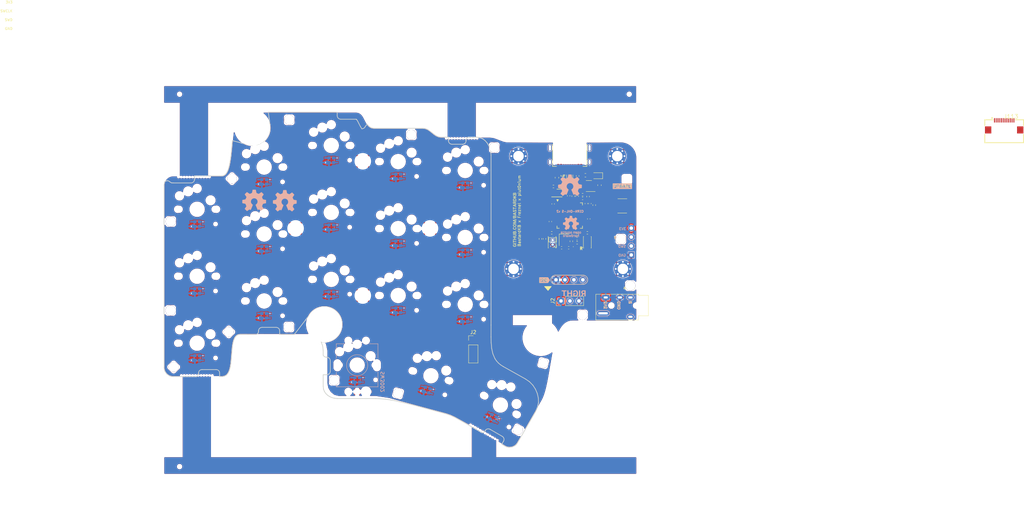
<source format=kicad_pcb>
(kicad_pcb (version 20211014) (generator pcbnew)
  (title_block (title "0xB2 - Splinky") (rev "2") (company "plut0nium"))
  (layers (0 "F.Cu" signal) (31 "B.Cu" signal) (34 "B.Paste" user) (35 "F.Paste" user) (36 "B.SilkS" user "B.Silkscreen") (37 "F.SilkS" user "F.Silkscreen") (38 "B.Mask" user) (39 "F.Mask" user) (44 "Edge.Cuts" user))
  (net 0 "")
  (net 1 "+5V")
  (net 2 "Net-(C3-Pad1)")
  (net 3 "Net-(C4-Pad1)")
  (net 4 "+1V1")
  (net 5 "/LED")
  (net 6 "Net-(D2-Pad2)")
  (net 7 "VBUS")
  (net 8 "Net-(FB1-Pad2)")
  (net 10 "/D-")
  (net 11 "/D+")
  (net 13 "GND")
  (net 14 "M_COL1")
  (net 15 "M_COL2")
  (net 16 "M_COL3")
  (net 17 "M_COL4")
  (net 18 "M_COL5")
  (net 19 "SERIAL")
  (net 20 "SDA")
  (net 21 "SCL")
  (net 22 "/SCLK")
  (net 23 "/QSPI_~{CS}")
  (net 24 "Net-(R6-Pad2)")
  (net 25 "Net-(R7-Pad2)")
  (net 26 "Net-(R8-Pad2)")
  (net 27 "/SWCLK")
  (net 28 "/SWD")
  (net 29 "Net-(J5-Pad2)")
  (net 31 "/VBUS_DET")
  (net 32 "/QSPI_D3")
  (net 33 "/QSPI_SCLK")
  (net 34 "/QSPI_D0")
  (net 35 "/QSPI_D2")
  (net 36 "/QSPI_D1")
  (net 38 "UNDER_RGB")
  (net 42 "/MISO")
  (net 43 "/MOSI")
  (net 44 "/~{RESET}")
  (net 45 "HAND")
  (net 46 "M_ROW2")
  (net 47 "M_ROW3")
  (net 48 "M_ROW4")
  (net 49 "M_ROW1")
  (net 53 "NCS")
  (net 55 "RGB")
  (net 56 "+3V3")
  (net 59 "Net-(J1-PadA5)")
  (net 60 "Net-(J1-PadB5)")
  (net 61 "Net-(D30-Pad3)")
  (net 62 "Net-(D31-Pad3)")
  (net 63 "Net-(D32-Pad3)")
  (net 64 "Net-(D33-Pad3)")
  (net 65 "Net-(D34-Pad3)")
  (net 66 "Net-(D35-Pad3)")
  (net 67 "Net-(D36-Pad3)")
  (net 68 "Net-(D38-Pad3)")
  (net 69 "Net-(D39-Pad3)")
  (net 70 "Net-(D40-Pad3)")
  (net 71 "Net-(D41-Pad3)")
  (net 72 "Net-(D42-Pad3)")
  (net 73 "Net-(D43-Pad3)")
  (net 74 "Net-(D44-Pad3)")
  (net 75 "Net-(D45-Pad3)")
  (net 84 "Net-(D37-Pad1)")
  (net 85 "Net-(D38-Pad1)")
  (footprint "Capacitor_SMD:C_0402_1005Metric" (layer "F.Cu") (at 161.13 62.16)
    (fp_text reference "C14" hide)
    (fp_text value "100n")
    (pad "1" smd roundrect locked (at -0.48 0) (size 0.56 0.62) (layers "F.Cu" "F.Paste" "F.Mask") (net 56 "+3V3"))
    (pad "2" smd roundrect locked (at 0.48 0) (size 0.56 0.62) (layers "F.Cu" "F.Paste" "F.Mask") (net 13 "GND"))
  )
  (footprint "Capacitor_SMD:C_0402_1005Metric" (layer "F.Cu") (at 153.555 57.235 -90)
    (fp_text reference "C9" hide)
    (fp_text value "100n")
    (pad "1" smd roundrect locked (at -0.48 0 270) (size 0.56 0.62) (layers "F.Cu" "F.Paste" "F.Mask") (net 56 "+3V3"))
    (pad "2" smd roundrect locked (at 0.48 0 270) (size 0.56 0.62) (layers "F.Cu" "F.Paste" "F.Mask") (net 13 "GND"))
  )
  (footprint "0xB2_drawings:LED_SK6805-EC15_hole" (layer "F.Cu") (at 46.77 98.51 -45)
    (fp_text reference "D24" hide)
    (fp_text value "SK6805-EC15" hide)
    (pad "" thru_hole circle (at 0 0 315) (size 2.8 2.8) (drill oval 2.8) (layers *.Cu *.Mask))
  )
  (footprint "0xB2_drawings:LED_SK6805-EC15_hole" (layer "F.Cu") (at 62.4 88.55 45)
    (fp_text reference "D27" hide)
    (fp_text value "SK6805-EC15" hide)
    (pad "" thru_hole circle (at 0 0 45) (size 2.8 2.8) (drill oval 2.8) (layers *.Cu *.Mask))
  )
  (footprint "local-libraries:kibuzzard-61F01A92" (layer "F.Cu") (at 143.468118 56.73 90)
    (fp_text reference "kibuzzard-61F01A92" hide)
    (fp_text value "G***" hide)
  )
  (footprint "0xB2_drawings:LED_SK6805-EC15_hole" (layer "F.Cu") (at 45.95 57.22 -90)
    (fp_text reference "D18" hide)
    (fp_text value "NA_SK6805-hole" hide)
    (pad "" thru_hole circle (at 0 0 270) (size 2.8 2.8) (drill oval 2.8) (layers *.Cu *.Mask))
  )
  (footprint "Connector_PinHeader_2.54mm:PinHeader_1x03_P2.54mm_Vertical" (layer "F.Cu") (at 156.58 79.77 90)
    (fp_text reference "J2" (at 0 -2.33 90) (layer "F.SilkS"))
    (fp_text value "Conn_01x03_Female")
    (pad "1" thru_hole rect locked (at 0 0 90) (size 1.7 1.7) (drill 1) (layers *.Cu *.Mask) (net 56 "+3V3"))
    (pad "2" thru_hole oval locked (at 0 2.54 90) (size 1.7 1.7) (drill 1) (layers *.Cu *.Mask) (net 55 "RGB"))
    (pad "3" thru_hole oval locked (at 0 5.08 90) (size 1.7 1.7) (drill 1) (layers *.Cu *.Mask) (net 13 "GND"))
  )
  (footprint "local-libraries:MountingHole_3mm_Pad_hole" (layer "F.Cu") (at 69.1 30.6525)
    (fp_text reference "H101" hide)
    (fp_text value "M4")
    (pad "" np_thru_hole circle (at 0 0) (size 10 10) (drill 10) (layers F&B.Cu *.Mask))
  )
  (footprint "Resistor_SMD:R_0402_1005Metric" (layer "F.Cu") (at 162.705 49.635 180)
    (fp_text reference "R10" hide)
    (fp_text value "5.1k")
    (pad "1" smd roundrect locked (at -0.51 0 180) (size 0.54 0.64) (layers "F.Cu" "F.Paste" "F.Mask") (net 31 "/VBUS_DET"))
    (pad "2" smd roundrect locked (at 0.51 0 180) (size 0.54 0.64) (layers "F.Cu" "F.Paste" "F.Mask") (net 7 "VBUS"))
  )
  (footprint "local-libraries:MountingHole_3mm_Pad_hole" (layer "F.Cu") (at 150.85 90.2225)
    (fp_text reference "H102" hide)
    (fp_text value "M4")
    (pad "" np_thru_hole circle (at 0 0) (size 10 10) (drill 10) (layers F&B.Cu *.Mask))
  )
  (footprint "Capacitor_SMD:C_0402_1005Metric" (layer "F.Cu") (at 164.755 52.135 -90)
    (fp_text reference "C5" hide)
    (fp_text value "1µ")
    (pad "1" smd roundrect locked (at -0.48 0 270) (size 0.56 0.62) (layers "F.Cu" "F.Paste" "F.Mask") (net 56 "+3V3"))
    (pad "2" smd roundrect locked (at 0.48 0 270) (size 0.56 0.62) (layers "F.Cu" "F.Paste" "F.Mask") (net 13 "GND"))
  )
  (footprint "0xB2_drawings:LED_SK6805-EC15_hole" (layer "F.Cu") (at 162.69 83.71)
    (fp_text reference "D22" hide)
    (fp_text value "SK6805-EC15" hide)
    (pad "" thru_hole circle (at 0 0) (size 2.8 2.8) (drill oval 2.8) (layers *.Cu *.Mask))
  )
  (footprint "Diode_SMD:D_SOD-323" (layer "F.Cu") (at 166.88 44.24 180)
    (fp_text reference "D2" hide)
    (fp_text value "B5817")
    (pad "1" smd rect locked (at -1.05 0 180) (size 0.6 0.45) (layers "F.Cu" "F.Paste" "F.Mask") (net 1 "+5V"))
    (pad "2" smd rect locked (at 1.05 0 180) (size 0.6 0.45) (layers "F.Cu" "F.Paste" "F.Mask") (net 6 "Net-(D2-Pad2)"))
  )
  (footprint "Resistor_SMD:R_0402_1005Metric" (layer "F.Cu") (at 159.505 62.835 90)
    (fp_text reference "R8" hide)
    (fp_text value "1k")
    (pad "1" smd roundrect locked (at -0.51 0 90) (size 0.54 0.64) (layers "F.Cu" "F.Paste" "F.Mask") (net 3 "Net-(C4-Pad1)"))
    (pad "2" smd roundrect locked (at 0.51 0 90) (size 0.54 0.64) (layers "F.Cu" "F.Paste" "F.Mask") (net 26 "Net-(R8-Pad2)"))
  )
  (footprint "kibuzzard-62C19A64" (layer "F.Cu") (at 173.97 47.21)
    (fp_text reference "kibuzzard-62C19A64" hide)
    (fp_text value "G***" hide)
  )
  (footprint "0xB2_drawings:LED_SK6805-EC15_hole" (layer "F.Cu") (at 144.37 116.33 60)
    (fp_text reference "D16" hide)
    (fp_text value "NA_SK6805-hole" hide)
    (pad "" thru_hole circle (at 0 0 60) (size 2.8 2.8) (drill oval 2.8) (layers *.Cu *.Mask))
  )
  (footprint "Package_TO_SOT_SMD:SOT-23-5" (layer "F.Cu") (at 164.478021 47.15 180)
    (fp_text reference "U3" hide)
    (fp_text value "XC6210B332MR-G")
    (pad "1" smd roundrect locked (at -1.1375 -0.95 180) (size 1.325 0.6) (layers "F.Cu" "F.Paste" "F.Mask") (net 1 "+5V"))
    (pad "2" smd roundrect locked (at -1.1375 0 180) (size 1.325 0.6) (layers "F.Cu" "F.Paste" "F.Mask") (net 13 "GND"))
    (pad "3" smd roundrect locked (at -1.1375 0.95 180) (size 1.325 0.6) (layers "F.Cu" "F.Paste" "F.Mask") (net 1 "+5V"))
    (pad "4" smd roundrect locked (at 1.1375 0.95 180) (size 1.325 0.6) (layers "F.Cu" "F.Paste" "F.Mask"))
    (pad "5" smd roundrect locked (at 1.1375 -0.95 180) (size 1.325 0.6) (layers "F.Cu" "F.Paste" "F.Mask") (net 56 "+3V3"))
  )
  (footprint "0xB2_drawings:LED_SK6805-EC15_hole" (layer "F.Cu") (at 110.392307 105.993329 -15)
    (fp_text reference "D12" hide)
    (fp_text value "NA_SK6805-hole" hide)
    (pad "" thru_hole circle (at 0 0 345) (size 2.8 2.8) (drill oval 2.8) (layers *.Cu *.Mask))
  )
  (footprint "local-libraries:SW_Push_1P1T_NO_6x6mm_H9.5mm" (layer "F.Cu") (at 173.985 52.67 90)
    (fp_text reference "SW110" hide)
    (fp_text value "SW_SPST")
    (pad "1" smd rect (at -3.2 -1.75 90) (size 1.8 1.3) (layers "F.Cu" "F.Paste" "F.Mask") (net 44 "/~{RESET}"))
    (pad "1" smd rect (at 3 -1.8 90) (size 1.8 1.3) (layers "F.Cu" "F.Paste" "F.Mask") (net 44 "/~{RESET}"))
    (pad "2" smd rect (at 2.95 1.7 90) (size 1.8 1.3) (layers "F.Cu" "F.Paste" "F.Mask") (net 13 "GND"))
    (pad "2" smd rect (at -3.2 1.7 90) (size 1.8 1.3) (layers "F.Cu" "F.Paste" "F.Mask") (net 13 "GND"))
  )
  (footprint "0xB2_drawings:LED_SK6805-EC15_hole" (layer "F.Cu") (at 79.45 87.17)
    (fp_text reference "D4" hide)
    (fp_text value "SK6805-EC15" hide)
    (pad "" thru_hole circle (at 0 0) (size 2.8 2.8) (drill oval 2.8) (layers *.Cu *.Mask))
  )
  (footprint "local-libraries:PinHeader_1x04_P2.54mm_Vertical_debug" (layer "F.Cu") (at 176.5 59.1)
    (fp_text reference "J105" hide)
    (fp_text value "Conn_01x04_Female")
    (pad "1" thru_hole circle (at 0 0) (size 1.7 1.7) (drill 1) (layers *.Cu *.Mask) (net 56 "+3V3"))
    (pad "2" thru_hole oval (at 0 2.54) (size 1.7 1.7) (drill 1) (layers *.Cu *.Mask) (net 27 "/SWCLK"))
    (pad "3" thru_hole oval (at 0 5.08) (size 1.7 1.7) (drill 1) (layers *.Cu *.Mask) (net 28 "/SWD"))
    (pad "4" thru_hole rect (at 0 7.62) (size 1.7 1.7) (drill 1) (layers *.Cu *.Mask) (net 13 "GND"))
  )
  (footprint "Capacitor_SMD:C_0402_1005Metric" (layer "F.Cu") (at 154.355 52.235 90)
    (fp_text reference "C12" hide)
    (fp_text value "100n")
    (pad "1" smd roundrect locked (at -0.48 0 90) (size 0.56 0.62) (layers "F.Cu" "F.Paste" "F.Mask") (net 56 "+3V3"))
    (pad "2" smd roundrect locked (at 0.48 0 90) (size 0.56 0.62) (layers "F.Cu" "F.Paste" "F.Mask") (net 13 "GND"))
  )
  (footprint "Resistor_SMD:R_0402_1005Metric" (layer "F.Cu") (at 160.055 50.035 -90)
    (fp_text reference "R6" hide)
    (fp_text value "27")
    (pad "1" smd roundrect locked (at -0.51 0 270) (size 0.54 0.64) (layers "F.Cu" "F.Paste" "F.Mask") (net 11 "/D+"))
    (pad "2" smd roundrect locked (at 0.51 0 270) (size 0.54 0.64) (layers "F.Cu" "F.Paste" "F.Mask") (net 24 "Net-(R6-Pad2)"))
  )
  (footprint "Fuse:Fuse_0603_1608Metric" (layer "F.Cu") (at 163.5 44.09)
    (fp_text reference "F1" hide)
    (fp_text value "Polyfuse")
    (pad "1" smd roundrect locked (at -0.7875 0) (size 0.875 0.95) (layers "F.Cu" "F.Paste" "F.Mask") (net 7 "VBUS"))
    (pad "2" smd roundrect locked (at 0.7875 0) (size 0.875 0.95) (layers "F.Cu" "F.Paste" "F.Mask") (net 6 "Net-(D2-Pad2)"))
  )
  (footprint "Capacitor_SMD:C_0402_1005Metric" (layer "F.Cu") (at 164.455 56.485 90)
    (fp_text reference "C13" hide)
    (fp_text value "100n")
    (pad "1" smd roundrect locked (at -0.48 0 90) (size 0.56 0.62) (layers "F.Cu" "F.Paste" "F.Mask") (net 56 "+3V3"))
    (pad "2" smd roundrect locked (at 0.48 0 90) (size 0.56 0.62) (layers "F.Cu" "F.Paste" "F.Mask") (net 13 "GND"))
  )
  (footprint "local-libraries:MountingHole_3mm_Pad_Via" (layer "F.Cu") (at 144.529988 38.671818)
    (fp_text reference "H108" hide)
    (fp_text value "M4")
    (pad "1" thru_hole circle (at 1.431891 -1.431891) (size 0.8 0.8) (drill 0.5) (layers *.Cu *.Mask) (net 13 "GND"))
    (pad "1" thru_hole circle (at -1.431891 -1.431891) (size 0.8 0.8) (drill 0.5) (layers *.Cu *.Mask) (net 13 "GND"))
    (pad "1" thru_hole circle (at 0 -2.025) (size 0.8 0.8) (drill 0.5) (layers *.Cu *.Mask) (net 13 "GND"))
    (pad "1" thru_hole circle (at -1.431891 1.431891) (size 0.8 0.8) (drill 0.5) (layers *.Cu *.Mask) (net 13 "GND"))
    (pad "1" thru_hole circle (at -2.025 0) (size 0.8 0.8) (drill 0.5) (layers *.Cu *.Mask) (net 13 "GND"))
    (pad "1" thru_hole circle (at 2.025 0) (size 0.8 0.8) (drill 0.5) (layers *.Cu *.Mask) (net 13 "GND"))
    (pad "1" thru_hole circle (at 0 2.025) (size 0.8 0.8) (drill 0.5) (layers *.Cu *.Mask) (net 13 "GND"))
    (pad "1" thru_hole circle (at 0 0) (size 5 5) (drill 3) (layers *.Cu *.Mask) (net 13 "GND"))
    (pad "1" thru_hole circle (at 1.431891 1.431891) (size 0.8 0.8) (drill 0.5) (layers *.Cu *.Mask) (net 13 "GND"))
  )
  (footprint "Resistor_SMD:R_0402_1005Metric" (layer "F.Cu") (at 156.92 44.23 -90)
    (fp_text reference "R5" hide)
    (fp_text value "5.1k")
    (pad "1" smd roundrect locked (at -0.51 0 270) (size 0.54 0.64) (layers "F.Cu" "F.Paste" "F.Mask") (net 60 "Net-(J1-PadB5)"))
    (pad "2" smd roundrect locked (at 0.51 0 270) (size 0.54 0.64) (layers "F.Cu" "F.Paste" "F.Mask") (net 13 "GND"))
  )
  (footprint "Button_Switch_SMD:SW_SPST_CK_KXT3" (layer "F.Cu") (at 154.055 63.135 90)
    (fp_text reference "SW2" hide)
    (fp_text value "SW_Push")
    (pad "1" smd rect locked (at -1.625 0 90) (size 0.55 1.5) (layers "F.Cu" "F.Paste" "F.Mask") (net 13 "GND"))
    (pad "2" smd rect locked (at 1.625 0 90) (size 0.55 1.5) (layers "F.Cu" "F.Paste" "F.Mask") (net 29 "Net-(J5-Pad2)"))
  )
  (footprint "Capacitor_SMD:C_0402_1005Metric" (layer "F.Cu") (at 161.153114 61.04826)
    (fp_text reference "C8" hide)
    (fp_text value "100n")
    (pad "1" smd roundrect locked (at -0.48 0) (size 0.56 0.62) (layers "F.Cu" "F.Paste" "F.Mask") (net 4 "+1V1"))
    (pad "2" smd roundrect locked (at 0.48 0) (size 0.56 0.62) (layers "F.Cu" "F.Paste" "F.Mask") (net 13 "GND"))
  )
  (footprint "local-libraries:Tenting_Puck" (layer "F.Cu") (at 100.39 59.1825)
    (fp_text reference "H111")
    (fp_text value "t")
    (pad "" np_thru_hole circle (at -19.05 0) (size 4.4 4.4) (drill 4.4) (layers F&B.Cu *.Mask))
    (pad "" np_thru_hole circle (at 0 19.05) (size 4.4 4.4) (drill 4.4) (layers F&B.Cu *.Mask))
    (pad "" np_thru_hole circle (at 0 -19.05) (size 4.4 4.4) (drill 4.4) (layers F&B.Cu *.Mask))
    (pad "" np_thru_hole circle (at 19.05 0) (size 4.4 4.4) (drill 4.4) (layers F&B.Cu *.Mask))
  )
  (footprint "0xLib_Package_DFN_QFN:USON-8-1EP_3x2mm_P0.5mm_EP0.25x1.65mm" (layer "F.Cu") (at 155.405 49.135)
    (fp_text reference "U2" hide)
    (fp_text value "GD25Q80CEIGR")
    (pad "1" smd roundrect locked (at -1.3 -0.75) (size 0.6 0.25) (layers "F.Cu" "F.Paste" "F.Mask") (roundrect_rratio 0.15) (net 23 "/QSPI_~{CS}"))
    (pad "2" smd roundrect locked (at -1.3 -0.25) (size 0.6 0.25) (layers "F.Cu" "F.Paste" "F.Mask") (roundrect_rratio 0.15) (net 36 "/QSPI_D1"))
    (pad "3" smd roundrect locked (at -1.3 0.25) (size 0.6 0.25) (layers "F.Cu" "F.Paste" "F.Mask") (roundrect_rratio 0.15) (net 35 "/QSPI_D2"))
    (pad "4" smd roundrect locked (at -1.3 0.75) (size 0.6 0.25) (layers "F.Cu" "F.Paste" "F.Mask") (roundrect_rratio 0.15) (net 13 "GND"))
    (pad "5" smd roundrect locked (at 1.3 0.75) (size 0.6 0.25) (layers "F.Cu" "F.Paste" "F.Mask") (roundrect_rratio 0.15) (net 34 "/QSPI_D0"))
    (pad "6" smd roundrect locked (at 1.3 0.25) (size 0.6 0.25) (layers "F.Cu" "F.Paste" "F.Mask") (roundrect_rratio 0.15) (net 33 "/QSPI_SCLK"))
    (pad "7" smd roundrect locked (at 1.3 -0.25) (size 0.6 0.25) (layers "F.Cu" "F.Paste" "F.Mask") (roundrect_rratio 0.15) (net 32 "/QSPI_D3"))
    (pad "8" smd roundrect locked (at 1.3 -0.75) (size 0.6 0.25) (layers "F.Cu" "F.Paste" "F.Mask") (roundrect_rratio 0.15) (net 56 "+3V3"))
    (pad "9" smd roundrect locked (at 0 0) (size 0.3 1.75) (layers "F.Cu" "F.Paste" "F.Mask") (roundrect_rratio 0.15) (net 13 "GND"))
  )
  (footprint "local-libraries:Jack_3.5mm_PJ320E_Horizontal" (layer "F.Cu") (at 169.26 78.7725 -90)
    (fp_text reference "J102" hide)
    (fp_text value "Serial")
    (pad "" thru_hole oval locked (at 5.5 -7 180) (size 2 1.4) (drill oval 1.2 0.6) (layers *.Cu *.Mask))
    (pad "" np_thru_hole oval locked (at 2.3 -8.6 180) (size 1.5 1.5) (drill oval 1.5) (layers *.Cu *.Mask))
    (pad "" np_thru_hole oval locked (at 2.3 -1.6 180) (size 1.5 1.5) (drill oval 1.5) (layers *.Cu *.Mask))
    (pad "R1" thru_hole oval locked (at 0 -4 180) (size 2 1.4) (drill oval 1.2 0.6) (layers *.Cu *.Mask) (net 13 "GND"))
    (pad "R2" thru_hole oval locked (at 0 -7 180) (size 2 1.4) (drill oval 1.2 0.6) (layers *.Cu *.Mask) (net 19 "SERIAL"))
    (pad "S" thru_hole oval locked (at 4.5 0.75 180) (size 3.5 1.4) (drill oval 2.7 0.6) (layers *.Cu *.Mask))
    (pad "T" thru_hole rect locked (at 0 0 180) (size 2 1.4) (drill oval 1.2 0.6) (layers *.Cu *.Mask) (net 56 "+3V3"))
  )
  (footprint "0xB2_drawings:LED_SK6805-EC15_hole" (layer "F.Cu") (at 45.89 82.46 -90)
    (fp_text reference "D21" hide)
    (fp_text value "SK6805-EC15" hide)
    (pad "" thru_hole circle (at 0 0 270) (size 2.8 2.8) (drill oval 2.8) (layers *.Cu *.Mask))
  )
  (footprint "local-libraries:PinHeader_1x04_P2.54mm_Vertical" (layer "F.Cu") (at 155.155 73.77 90)
    (fp_text reference "O101" hide)
    (fp_text value "OLED")
    (pad "1" thru_hole rect (at 0 0 90) (size 1.7 1.7) (drill 1) (layers *.Cu *.Mask) (net 13 "GND"))
    (pad "2" thru_hole oval (at 0 2.54 90) (size 1.7 1.7) (drill 1) (layers *.Cu *.Mask) (net 56 "+3V3"))
    (pad "3" thru_hole oval (at 0 5.08 90) (size 1.7 1.7) (drill 1) (layers *.Cu *.Mask) (net 21 "SCL"))
    (pad "4" thru_hole oval (at 0 7.62 90) (size 1.7 1.7) (drill 1) (layers *.Cu *.Mask) (net 20 "SDA"))
  )
  (footprint "local-libraries:R_0402_1005Metric_nolabel" (layer "F.Cu") (at 150.75 62.15 -90)
    (fp_text reference "R104" hide)
    (fp_text value "4.7k")
    (pad "1" smd roundrect (at -0.51 0 270) (size 0.54 0.64) (layers "F.Cu" "F.Paste" "F.Mask") (net 56 "+3V3"))
    (pad "2" smd roundrect (at 0.51 0 270) (size 0.54 0.64) (layers "F.Cu" "F.Paste" "F.Mask") (net 21 "SCL"))
  )
  (footprint "local-libraries:JLC_SMT_Assembly_Hole" (layer "F.Cu") (at 48.475 124.5995)
    (fp_text reference "H110" hide)
    (fp_text value "t")
    (pad "" np_thru_hole circle (at -0.025 2.175) (size 1.152 1.152) (drill 1.152) (layers *.Cu *.Mask) (clearance 0.124))
  )
  (footprint "local-libraries:R_0402_1005Metric_nolabel" (layer "F.Cu") (at 151.9 62.15 90)
    (fp_text reference "R103" hide)
    (fp_text value "4.7k")
    (pad "1" smd roundrect (at -0.51 0 90) (size 0.54 0.64) (layers "F.Cu" "F.Paste" "F.Mask") (net 20 "SDA"))
    (pad "2" smd roundrect (at 0.51 0 90) (size 0.54 0.64) (layers "F.Cu" "F.Paste" "F.Mask") (net 56 "+3V3"))
  )
  (footprint "Package_TO_SOT_SMD:SOT-666" (layer "F.Cu") (at 159.06 44.78 90)
    (fp_text reference "U4" (at 0 -1.75 90) (layer "F.SilkS"))
    (fp_text value "USBLC6-2P6")
    (pad "1" smd rect locked (at -0.85 -0.5375 90) (size 0.5 0.375) (layers "F.Cu" "F.Paste" "F.Mask") (net 10 "/D-"))
    (pad "2" smd rect locked (at -0.925 0 90) (size 0.65 0.3) (layers "F.Cu" "F.Paste" "F.Mask") (net 13 "GND"))
    (pad "3" smd rect locked (at -0.85 0.5375 90) (size 0.5 0.375) (layers "F.Cu" "F.Paste" "F.Mask") (net 11 "/D+"))
    (pad "4" smd rect locked (at 0.85 0.5375 90) (size 0.5 0.375) (layers "F.Cu" "F.Paste" "F.Mask") (net 11 "/D+"))
    (pad "5" smd rect locked (at 0.925 0 90) (size 0.65 0.3) (layers "F.Cu" "F.Paste" "F.Mask") (net 7 "VBUS"))
    (pad "6" smd rect locked (at 0.85 -0.5375 90) (size 0.5 0.375) (layers "F.Cu" "F.Paste" "F.Mask") (net 10 "/D-"))
  )
  (footprint "local-libraries:MountingHole_3mm_Pad_Via" (layer "F.Cu") (at 172.52999 38.671819)
    (fp_text reference "H105" hide)
    (fp_text value "M4")
    (pad "1" thru_hole circle (at 2.025 0) (size 0.8 0.8) (drill 0.5) (layers *.Cu *.Mask) (net 13 "GND"))
    (pad "1" thru_hole circle (at -2.025 0) (size 0.8 0.8) (drill 0.5) (layers *.Cu *.Mask) (net 13 "GND"))
    (pad "1" thru_hole circle (at -1.431891 1.431891) (size 0.8 0.8) (drill 0.5) (layers *.Cu *.Mask) (net 13 "GND"))
    (pad "1" thru_hole circle (at 0 -2.025) (size 0.8 0.8) (drill 0.5) (layers *.Cu *.Mask) (net 13 "GND"))
    (pad "1" thru_hole circle (at 0 0) (size 5 5) (drill 3) (layers *.Cu *.Mask) (net 13 "GND"))
    (pad "1" thru_hole circle (at 0 2.025) (size 0.8 0.8) (drill 0.5) (layers *.Cu *.Mask) (net 13 "GND"))
    (pad "1" thru_hole circle (at 1.431891 -1.431891) (size 0.8 0.8) (drill 0.5) (layers *.Cu *.Mask) (net 13 "GND"))
    (pad "1" thru_hole circle (at 1.431891 1.431891) (size 0.8 0.8) (drill 0.5) (layers *.Cu *.Mask) (net 13 "GND"))
    (pad "1" thru_hole circle (at -1.431891 -1.431891) (size 0.8 0.8) (drill 0.5) (layers *.Cu *.Mask) (net 13 "GND"))
  )
  (footprint "0xB2_drawings:LED_SK6805-EC15_hole" (layer "F.Cu") (at 137.67 36.24 180)
    (fp_text reference "D3" hide)
    (fp_text value "SK6805-EC15" hide)
    (pad "" thru_hole circle (at 0 0 180) (size 2.8 2.8) (drill oval 2.8) (layers *.Cu *.Mask))
  )
  (footprint "Resistor_SMD:R_0402_1005Metric" (layer "F.Cu") (at 161.3 44.3 -90)
    (fp_text reference "R4" hide)
    (fp_text value "5.1k")
    (pad "1" smd roundrect locked (at -0.51 0 270) (size 0.54 0.64) (layers "F.Cu" "F.Paste" "F.Mask") (net 59 "Net-(J1-PadA5)"))
    (pad "2" smd roundrect locked (at 0.51 0 270) (size 0.54 0.64) (layers "F.Cu" "F.Paste" "F.Mask") (net 13 "GND"))
  )
  (footprint "local-libraries:FPC-SMD_FPC05012-09200-.5mm" (layer "F.Cu") (at 282.217 29.876)
    (fp_text reference "J113" (at -0.232 -2.448) (layer "F.SilkS") (effects (font (size 1.143 1.143) (thickness 0.152)) (justify left)))
    (fp_text value "Cirque" hide)
    (pad "1" smd rect (at -2.75 -1.362) (size 0.28 1.25) (layers "F.Cu" "F.Paste" "F.Mask") (net 22 "/SCLK"))
    (pad "2" smd rect (at -2.25 -1.362) (size 0.28 1.25) (layers "F.Cu" "F.Paste" "F.Mask") (net 42 "/MISO"))
    (pad "3" smd rect (at -1.75 -1.362) (size 0.28 1.25) (layers "F.Cu" "F.Paste" "F.Mask") (net 53 "NCS"))
    (pad "4" smd rect (at -1.25 -1.362) (size 0.28 1.25) (layers "F.Cu" "F.Paste" "F.Mask"))
    (pad "5" smd rect (at -0.75 -1.362) (size 0.28 1.25) (layers "F.Cu" "F.Paste" "F.Mask") (net 43 "/MOSI"))
    (pad "6" smd rect (at -0.25 -1.362) (size 0.28 1.25) (layers "F.Cu" "F.Paste" "F.Mask"))
    (pad "7" smd rect (at 0.25 -1.362) (size 0.28 1.25) (layers "F.Cu" "F.Paste" "F.Mask"))
    (pad "8" smd rect (at 0.75 -1.362) (size 0.28 1.25) (layers "F.Cu" "F.Paste" "F.Mask"))
    (pad "9" smd rect (at 1.25 -1.362) (size 0.28 1.25) (layers "F.Cu" "F.Paste" "F.Mask") (net 21 "SCL"))
    (pad "10" smd rect (at 1.75 -1.362) (size 0.28 1.25) (layers "F.Cu" "F.Paste" "F.Mask") (net 20 "SDA"))
    (pad "11" smd rect (at 2.25 -1.362) (size 0.28 1.25) (layers "F.Cu" "F.Paste" "F.Mask") (net 13 "GND"))
    (pad "12" smd rect (at 2.75 -1.362) (size 0.28 1.25) (layers "F.Cu" "F.Paste" "F.Mask") (net 56 "+3V3"))
    (pad "13" smd rect (at 4.55 1.362) (size 1.8 2) (layers "F.Cu" "F.Paste" "F.Mask"))
    (pad "14" smd rect (at -4.55 1.362) (size 1.8 2) (layers "F.Cu" "F.Paste" "F.Mask"))
  )
  (footprint "0xLib_USB_Type-C:USB_C_Receptacle_HRO_TYPE-C-31-M-13B" (layer "F.Cu") (at 159.055 34.235 180)
    (fp_text reference "J1" hide)
    (fp_text value "USB_C_Receptacle_USB2.0")
    (pad "A1" smd rect locked (at -3.25 -7.4 180) (size 0.6 1.4) (layers "F.Cu" "F.Paste" "F.Mask") (net 13 "GND"))
    (pad "A4" smd rect locked (at -2.45 -7.4 180) (size 0.6 1.4) (layers "F.Cu" "F.Paste" "F.Mask") (net 7 "VBUS"))
    (pad "A5" smd rect locked (at -1.25 -7.4 180) (size 0.3 1.4) (layers "F.Cu" "F.Paste" "F.Mask") (net 59 "Net-(J1-PadA5)"))
    (pad "A6" smd rect locked (at -0.25 -7.4 180) (size 0.3 1.4) (layers "F.Cu" "F.Paste" "F.Mask") (net 11 "/D+"))
    (pad "A7" smd rect locked (at 0.25 -7.4 180) (size 0.3 1.4) (layers "F.Cu" "F.Paste" "F.Mask") (net 10 "/D-"))
    (pad "A8" smd rect locked (at 1.25 -7.4 180) (size 0.3 1.4) (layers "F.Cu" "F.Paste" "F.Mask"))
    (pad "A9" smd rect locked (at 2.45 -7.4 180) (size 0.6 1.4) (layers "F.Cu" "F.Paste" "F.Mask") (net 7 "VBUS"))
    (pad "A12" smd rect locked (at 3.25 -7.4 180) (size 0.6 1.4) (layers "F.Cu" "F.Paste" "F.Mask") (net 13 "GND"))
    (pad "B1" smd rect locked (at 3.25 -7.4 180) (size 0.6 1.4) (layers "F.Cu" "F.Paste" "F.Mask") (net 13 "GND"))
    (pad "B4" smd rect locked (at 2.45 -7.4 180) (size 0.6 1.4) (layers "F.Cu" "F.Paste" "F.Mask") (net 7 "VBUS"))
    (pad "B5" smd rect locked (at 1.75 -7.4 180) (size 0.3 1.4) (layers "F.Cu" "F.Paste" "F.Mask") (net 60 "Net-(J1-PadB5)"))
    (pad "B6" smd rect locked (at 0.75 -7.4 180) (size 0.3 1.4) (layers "F.Cu" "F.Paste" "F.Mask") (net 11 "/D+"))
    (pad "B7" smd rect locked (at -0.75 -7.4 180) (size 0.3 1.4) (layers "F.Cu" "F.Paste" "F.Mask") (net 10 "/D-"))
    (pad "B8" smd rect locked (at -1.75 -7.4 180) (size 0.3 1.4) (layers "F.Cu" "F.Paste" "F.Mask"))
    (pad "B9" smd rect locked (at -2.45 -7.4 180) (size 0.6 1.4) (layers "F.Cu" "F.Paste" "F.Mask") (net 7 "VBUS"))
    (pad "B12" smd rect locked (at -3.25 -7.4 180) (size 0.6 1.4) (layers "F.Cu" "F.Paste" "F.Mask") (net 13 "GND"))
    (pad "S1" thru_hole oval locked (at 5.62 -2.1 180) (size 1 2) (drill oval 0.6 1.6) (layers *.Cu *.Mask) (net 8 "Net-(FB1-Pad2)"))
    (pad "S1" thru_hole oval locked (at -5.62 -2.1 180) (size 1 2) (drill oval 0.6 1.6) (layers *.Cu *.Mask) (net 8 "Net-(FB1-Pad2)"))
    (pad "S1" thru_hole oval locked (at -5.62 -6.1 180) (size 1 1.6) (drill oval 0.6 1.2) (layers *.Cu *.Mask) (net 8 "Net-(FB1-Pad2)"))
    (pad "S1" thru_hole oval locked (at 5.62 -6.1 180) (size 1 1.6) (drill oval 0.6 1.2) (layers *.Cu *.Mask) (net 8 "Net-(FB1-Pad2)"))
  )
  (footprint "0xB2_drawings:LED_SK6805-EC15_hole" (layer "F.Cu") (at 92.29 102.26 -90)
    (fp_text reference "D8" hide)
    (fp_text value "SK6805-EC15" hide)
    (pad "" thru_hole circle (at 0 0 270) (size 2.8 2.8) (drill oval 2.8) (layers *.Cu *.Mask))
  )
  (footprint "Resistor_SMD:R_0402_1005Metric" (layer "F.Cu") (at 164.055 60.435)
    (fp_text reference "R2" hide)
    (fp_text value "10k")
    (pad "1" smd roundrect locked (at -0.51 0) (size 0.54 0.64) (layers "F.Cu" "F.Paste" "F.Mask") (net 44 "/~{RESET}"))
    (pad "2" smd roundrect locked (at 0.51 0) (size 0.54 0.64) (layers "F.Cu" "F.Paste" "F.Mask") (net 56 "+3V3"))
  )
  (footprint "local-libraries:R_0402_1005Metric_nolabel" (layer "F.Cu") (at 166 52.58 90)
    (fp_text reference "R101" hide)
    (fp_text value "5.1k")
    (pad "1" smd roundrect (at -0.51 0 90) (size 0.54 0.64) (layers "F.Cu" "F.Paste" "F.Mask") (net 45 "HAND"))
    (pad "2" smd roundrect (at 0.51 0 90) (size 0.54 0.64) (layers "F.Cu" "F.Paste" "F.Mask") (net 56 "+3V3"))
  )
  (footprint "Connector_PinHeader_1.27mm:PinHeader_1x02_P1.27mm_Vertical" (layer "F.Cu") (at 154.205 63.77 180)
    (fp_text reference "J5" hide)
    (fp_text value "Conn_01x02" hide)
    (pad "1" thru_hole rect locked (at 0 0 180) (size 1 1) (drill 0.65) (layers *.Cu *.Mask) (net 13 "GND"))
    (pad "2" thru_hole oval locked (at 0 1.27 180) (size 1 1) (drill 0.65) (layers *.Cu *.Mask) (net 29 "Net-(J5-Pad2)"))
  )
  (footprint "local-libraries:PinHeader_1x03_P2.54mm_Vertical_smd" (layer "F.Cu") (at 131.71 90.97)
    (fp_text reference "J2" (at 0 -2.33) (layer "F.SilkS"))
    (fp_text value "Conn_01x03_Female")
    (pad "1" smd rect (at 0 0) (size 1.7 1.7) (layers "F.Cu" "F.Paste" "F.Mask") (net 13 "GND"))
    (pad "2" smd oval (at 0 2.54) (size 1.7 1.7) (layers "F.Cu" "F.Paste" "F.Mask") (net 56 "+3V3"))
    (pad "3" smd oval (at 0 5.08) (size 1.7 1.7) (layers "F.Cu" "F.Paste" "F.Mask") (net 55 "RGB"))
  )
  (footprint "Capacitor_SMD:C_0402_1005Metric" (layer "F.Cu") (at 163.755 52.135 -90)
    (fp_text reference "C11" hide)
    (fp_text value "100n")
    (pad "1" smd roundrect locked (at -0.48 0 270) (size 0.56 0.62) (layers "F.Cu" "F.Paste" "F.Mask") (net 56 "+3V3"))
    (pad "2" smd roundrect locked (at 0.48 0 270) (size 0.56 0.62) (layers "F.Cu" "F.Paste" "F.Mask") (net 13 "GND"))
  )
  (footprint "Resistor_SMD:R_0402_1005Metric" (layer "F.Cu") (at 164.255 50.145 90)
    (fp_text reference "R11" hide)
    (fp_text value "10k")
    (pad "1" smd roundrect locked (at -0.51 0 90) (size 0.54 0.64) (layers "F.Cu" "F.Paste" "F.Mask") (net 13 "GND"))
    (pad "2" smd roundrect locked (at 0.51 0 90) (size 0.54 0.64) (layers "F.Cu" "F.Paste" "F.Mask") (net 31 "/VBUS_DET"))
  )
  (footprint "Crystal:Crystal_SMD_2520-4Pin_2.5x2.0mm" (layer "F.Cu") (at 157.455 62.435 -90)
    (fp_text reference "Y1" hide)
    (fp_text value "Crystal_GND24")
    (pad "1" smd rect locked (at -0.875 0.7 270) (size 1.15 1) (layers "F.Cu" "F.Paste" "F.Mask") (net 2 "Net-(C3-Pad1)"))
    (pad "2" smd rect locked (at 0.875 0.7 270) (size 1.15 1) (layers "F.Cu" "F.Paste" "F.Mask") (net 13 "GND"))
    (pad "3" smd rect locked (at 0.875 -0.7 270) (size 1.15 1) (layers "F.Cu" "F.Paste" "F.Mask") (net 3 "Net-(C4-Pad1)"))
    (pad "4" smd rect locked (at -0.875 -0.7 270) (size 1.15 1) (layers "F.Cu" "F.Paste" "F.Mask") (net 13 "GND"))
  )
  (footprint "Capacitor_SMD:C_0402_1005Metric" (layer "F.Cu") (at 156.385 47.285)
    (fp_text reference "C10" hide)
    (fp_text value "100n")
    (pad "1" smd roundrect locked (at -0.48 0) (size 0.56 0.62) (layers "F.Cu" "F.Paste" "F.Mask") (net 56 "+3V3"))
    (pad "2" smd roundrect locked (at 0.48 0) (size 0.56 0.62) (layers "F.Cu" "F.Paste" "F.Mask") (net 13 "GND"))
  )
  (footprint "Capacitor_SMD:C_0402_1005Metric" (layer "F.Cu") (at 158.755 64.685 180)
    (fp_text reference "C4" hide)
    (fp_text value "15p")
    (pad "1" smd roundrect locked (at -0.48 0 180) (size 0.56 0.62) (layers "F.Cu" "F.Paste" "F.Mask") (net 3 "Net-(C4-Pad1)"))
    (pad "2" smd roundrect locked (at 0.48 0 180) (size 0.56 0.62) (layers "F.Cu" "F.Paste" "F.Mask") (net 13 "GND"))
  )
  (footprint "Resistor_SMD:R_0402_1005Metric" (layer "F.Cu") (at 161.155 50.035 -90)
    (fp_text reference "R7" hide)
    (fp_text value "27")
    (pad "1" smd roundrect locked (at -0.51 0 270) (size 0.54 0.64) (layers "F.Cu" "F.Paste" "F.Mask") (net 10 "/D-"))
    (pad "2" smd roundrect locked (at 0.51 0 270) (size 0.54 0.64) (layers "F.Cu" "F.Paste" "F.Mask") (net 25 "Net-(R7-Pad2)"))
  )
  (footprint "0xB2_drawings:LED_SK6805-EC15_hole" (layer "F.Cu") (at 79.53 28.367785 180)
    (fp_text reference "D11" hide)
    (fp_text value "NA_SK6805-hole" hide)
    (pad "" thru_hole circle (at 0 0 180) (size 2.8 2.8) (drill oval 2.8) (layers *.Cu *.Mask))
  )
  (footprint "Inductor_SMD:L_0603_1608Metric" (layer "F.Cu") (at 155.422785 44.78 90)
    (fp_text reference "FB1" hide)
    (fp_text value "FerriteBead_Small")
    (pad "1" smd roundrect locked (at -0.7875 0 90) (size 0.875 0.95) (layers "F.Cu" "F.Paste" "F.Mask") (net 13 "GND"))
    (pad "2" smd roundrect locked (at 0.7875 0 90) (size 0.875 0.95) (layers "F.Cu" "F.Paste" "F.Mask") (net 8 "Net-(FB1-Pad2)"))
  )
  (footprint "Resistor_SMD:R_0402_1005Metric" (layer "F.Cu") (at 161.153114 63.2598 180)
    (fp_text reference "R1" hide)
    (fp_text value "1k")
    (pad "1" smd roundrect locked (at -0.51 0 180) (size 0.54 0.64) (layers "F.Cu" "F.Paste" "F.Mask") (net 13 "GND"))
    (pad "2" smd roundrect locked (at 0.51 0 180) (size 0.54 0.64) (layers "F.Cu" "F.Paste" "F.Mask"))
  )
  (footprint "local-libraries:JLC_SMT_Assembly_Hole" (layer "F.Cu") (at 175.95 18.925)
    (fp_text reference "H109" hide)
    (fp_text value "t")
    (pad "" np_thru_hole circle (at -0.025 2.175) (size 1.152 1.152) (drill 1.152) (layers *.Cu *.Mask) (clearance 0.124))
  )
  (footprint "0xB2_drawings:LED_SK6805-EC15_hole" (layer "F.Cu") (at 114.16 32.61 180)
    (fp_text reference "D7" hide)
    (fp_text value "SK6805-EC15" hide)
    (pad "" thru_hole circle (at 0 0 180) (size 2.8 2.8) (drill oval 2.8) (layers *.Cu *.Mask))
  )
  (footprint "local-libraries:JLC_SMT_Assembly_Hole" (layer "F.Cu") (at 48.475 18.925)
    (fp_text reference "H103" hide)
    (fp_text value "t")
    (pad "" np_thru_hole circle (at -0.025 2.175) (size 1.152 1.152) (drill 1.152) (layers *.Cu *.Mask) (clearance 0.124))
  )
  (footprint "LED_SMD:LED_0402_1005Metric" (layer "F.Cu") (at 161.155 64.38)
    (fp_text reference "D1" hide)
    (fp_text value "LED")
    (pad "1" smd roundrect locked (at -0.485 0) (size 0.59 0.64) (layers "F.Cu" "F.Paste" "F.Mask"))
    (pad "2" smd roundrect locked (at 0.485 0) (size 0.59 0.64) (layers "F.Cu" "F.Paste" "F.Mask"))
  )
  (footprint "kibuzzard-62C19AB4" (layer "F.Cu") (at 151.924422 73.86)
    (fp_text reference "kibuzzard-62C19AB4" hide)
    (fp_text value "G***" hide)
  )
  (footprint "Capacitor_SMD:C_0402_1005Metric" (layer "F.Cu") (at 162.705 50.685)
    (fp_text reference "C6" hide)
    (fp_text value "1µ")
    (pad "1" smd roundrect locked (at -0.48 0) (size 0.56 0.62) (layers "F.Cu" "F.Paste" "F.Mask") (net 4 "+1V1"))
    (pad "2" smd roundrect locked (at 0.48 0) (size 0.56 0.62) (layers "F.Cu" "F.Paste" "F.Mask") (net 13 "GND"))
  )
  (footprint "Capacitor_SMD:C_0603_1608Metric" (layer "F.Cu") (at 161.59 46.93 -90)
    (fp_text reference "C2" hide)
    (fp_text value "1µ")
    (pad "1" smd roundrect locked (at -0.775 0 270) (size 0.9 0.95) (layers "F.Cu" "F.Paste" "F.Mask") (net 56 "+3V3"))
    (pad "2" smd roundrect locked (at 0.775 0 270) (size 0.9 0.95) (layers "F.Cu" "F.Paste" "F.Mask") (net 13 "GND"))
  )
  (footprint "0xB2_drawings:LED_SK6805-EC15_hole" (layer "F.Cu") (at 173.56 62.21 90)
    (fp_text reference "D28" hide)
    (fp_text value "SK6805-EC15" hide)
    (pad "" thru_hole circle (at 0 0 90) (size 2.8 2.8) (drill oval 2.8) (layers *.Cu *.Mask))
  )
  (footprint "0xB2_drawings:LED_SK6805-EC15_hole" (layer "F.Cu") (at 151.55 97.41 75)
    (fp_text reference "D19" hide)
    (fp_text value "NA_SK6805-hole" hide)
    (pad "" thru_hole circle (at 0 0 75) (size 2.8 2.8) (drill oval 2.8) (layers *.Cu *.Mask))
  )
  (footprint "Button_Switch_SMD:SW_SPST_CK_KXT3" (layer "F.Cu") (at 164.055 63.135 90)
    (fp_text reference "SW1" hide)
    (fp_text value "SW_Push")
    (fp_text user "R" (at -1.75 -1.75 unlocked) (layer "F.SilkS") (effects (font (size 0.8 0.8) (thickness 0.2))))
    (pad "1" smd rect locked (at -1.625 0 90) (size 0.55 1.5) (layers "F.Cu" "F.Paste" "F.Mask") (net 13 "GND"))
    (pad "2" smd rect locked (at 1.625 0 90) (size 0.55 1.5) (layers "F.Cu" "F.Paste" "F.Mask") (net 44 "/~{RESET}"))
  )
  (footprint "Capacitor_SMD:C_0402_1005Metric" (layer "F.Cu") (at 158.755 49.935 90)
    (fp_text reference "C7" hide)
    (fp_text value "100n")
    (pad "1" smd roundrect locked (at -0.48 0 90) (size 0.56 0.62) (layers "F.Cu" "F.Paste" "F.Mask") (net 4 "+1V1"))
    (pad "2" smd roundrect locked (at 0.48 0 90) (size 0.56 0.62) (layers "F.Cu" "F.Paste" "F.Mask") (net 13 "GND"))
  )
  (footprint "local-libraries:MountingHole_3mm_Pad_Via" (layer "F.Cu") (at 174.12999 70.671828)
    (fp_text reference "H107" hide)
    (fp_text value "M4")
    (pad "1" thru_hole circle (at 0 -2.025) (size 0.8 0.8) (drill 0.5) (layers *.Cu *.Mask) (net 13 "GND"))
    (pad "1" thru_hole circle (at 0 0) (size 5 5) (drill 3) (layers *.Cu *.Mask) (net 13 "GND"))
    (pad "1" thru_hole circle (at -2.025 0) (size 0.8 0.8) (drill 0.5) (layers *.Cu *.Mask) (net 13 "GND"))
    (pad "1" thru_hole circle (at -1.431891 1.431891) (size 0.8 0.8) (drill 0.5) (layers *.Cu *.Mask) (net 13 "GND"))
    (pad "1" thru_hole circle (at 0 2.025) (size 0.8 0.8) (drill 0.5) (layers *.Cu *.Mask) (net 13 "GND"))
    (pad "1" thru_hole circle (at 1.431891 -1.431891) (size 0.8 0.8) (drill 0.5) (layers *.Cu *.Mask) (net 13 "GND"))
    (pad "1" thru_hole circle (at -1.431891 -1.431891) (size 0.8 0.8) (drill 0.5) (layers *.Cu *.Mask) (net 13 "GND"))
    (pad "1" thru_hole circle (at 1.431891 1.431891) (size 0.8 0.8) (drill 0.5) (layers *.Cu *.Mask) (net 13 "GND"))
    (pad "1" thru_hole circle (at 2.025 0) (size 0.8 0.8) (drill 0.5) (layers *.Cu *.Mask) (net 13 "GND"))
  )
  (footprint "Resistor_SMD:R_0402_1005Metric" (layer "F.Cu") (at 153.955 60.435 180)
    (fp_text reference "R3" hide)
    (fp_text value "1k")
    (pad "1" smd roundrect locked (at -0.51 0 180) (size 0.54 0.64) (layers "F.Cu" "F.Paste" "F.Mask") (net 29 "Net-(J5-Pad2)"))
    (pad "2" smd roundrect locked (at 0.51 0 180) (size 0.54 0.64) (layers "F.Cu" "F.Paste" "F.Mask") (net 23 "/QSPI_~{CS}"))
  )
  (footprint "0xB2_drawings:LED_SK6805-EC15_hole" (layer "F.Cu") (at 63.32 45.06 -135)
    (fp_text reference "D15" hide)
    (fp_text value "NA_SK6805-hole" hide)
    (pad "" thru_hole circle (at 0 0 225) (size 2.8 2.8) (drill oval 2.8) (layers *.Cu *.Mask))
  )
  (footprint "local-libraries:MountingHole_3mm_Pad_Via" (layer "F.Cu") (at 143.12999 70.671821)
    (fp_text reference "H106" hide)
    (fp_text value "M4")
    (pad "1" thru_hole circle (at 1.431891 1.431891) (size 0.8 0.8) (drill 0.5) (layers *.Cu *.Mask) (net 13 "GND"))
    (pad "1" thru_hole circle (at 0 -2.025) (size 0.8 0.8) (drill 0.5) (layers *.Cu *.Mask) (net 13 "GND"))
    (pad "1" thru_hole circle (at 0 2.025) (size 0.8 0.8) (drill 0.5) (layers *.Cu *.Mask) (net 13 "GND"))
    (pad "1" thru_hole circle (at 2.025 0) (size 0.8 0.8) (drill 0.5) (layers *.Cu *.Mask) (net 13 "GND"))
    (pad "1" thru_hole circle (at -1.431891 1.431891) (size 0.8 0.8) (drill 0.5) (layers *.Cu *.Mask) (net 13 "GND"))
    (pad "1" thru_hole circle (at 1.431891 -1.431891) (size 0.8 0.8) (drill 0.5) (layers *.Cu *.Mask) (net 13 "GND"))
    (pad "1" thru_hole circle (at 0 0) (size 5 5) (drill 3) (layers *.Cu *.Mask) (net 13 "GND"))
    (pad "1" thru_hole circle (at -2.025 0) (size 0.8 0.8) (drill 0.5) (layers *.Cu *.Mask) (net 13 "GND"))
    (pad "1" thru_hole circle (at -1.431891 -1.431891) (size 0.8 0.8) (drill 0.5) (layers *.Cu *.Mask) (net 13 "GND"))
  )
  (footprint "0xB2_drawings:LED_SK6805-EC15_hole" (layer "F.Cu") (at 176.24 75.43 90)
    (fp_text reference "D25" hide)
    (fp_text value "SK6805-EC15" hide)
    (pad "" thru_hole circle (at 0 0 90) (size 2.8 2.8) (drill oval 2.8) (layers *.Cu *.Mask))
  )
  (footprint "Resistor_SMD:R_0402_1005Metric" (layer "F.Cu") (at 154.435 47.285)
    (fp_text reference "R9" hide)
    (fp_text value "10k")
    (pad "1" smd roundrect locked (at -0.51 0) (size 0.54 0.64) (layers "F.Cu" "F.Paste" "F.Mask") (net 23 "/QSPI_~{CS}"))
    (pad "2" smd roundrect locked (at 0.51 0) (size 0.54 0.64) (layers "F.Cu" "F.Paste" "F.Mask") (net 56 "+3V3"))
  )
  (footprint "local-libraries:MountingHole_3mm_Pad_hole" (layer "F.Cu") (at 89.488109 86.428109)
    (fp_text reference "H104" hide)
    (fp_text value "M4")
    (pad "" np_thru_hole circle (at 0 0) (size 10 10) (drill 10) (layers F&B.Cu *.Mask))
  )
  (footprint "Capacitor_SMD:C_0603_1608Metric" (layer "F.Cu") (at 167.488021 46.92 -90)
    (fp_text reference "C1" hide)
    (fp_text value "1µ")
    (pad "1" smd roundrect locked (at -0.775 0 270) (size 0.9 0.95) (layers "F.Cu" "F.Paste" "F.Mask") (net 1 "+5V"))
    (pad "2" smd roundrect locked (at 0.775 0 270) (size 0.9 0.95) (layers "F.Cu" "F.Paste" "F.Mask") (net 13 "GND"))
  )
  (footprint "Capacitor_SMD:C_0402_1005Metric" (layer "F.Cu") (at 156.755 64.685)
    (fp_text reference "C3" hide)
    (fp_text value "15p")
    (pad "1" smd roundrect locked (at -0.48 0) (size 0.56 0.62) (layers "F.Cu" "F.Paste" "F.Mask") (net 2 "Net-(C3-Pad1)"))
    (pad "2" smd roundrect locked (at 0.48 0) (size 0.56 0.62) (layers "F.Cu" "F.Paste" "F.Mask") (net 13 "GND"))
  )
  (footprint "0xLib_Package_DFN_QFN:QFN-56-1EP_7x7mm_P0.4mm_EP3.2x3.2mm" (layer "F.Cu") (at 159.055 55.535)
    (fp_text reference "U1" hide)
    (fp_text value "RP2040")
    (pad "1" smd roundrect locked (at -3.4375 -2.6) (size 0.875 0.2) (layers "F.Cu" "F.Paste" "F.Mask") (net 56 "+3V3"))
    (pad "2" smd roundrect locked (at -3.4375 -2.2) (size 0.875 0.2) (layers "F.Cu" "F.Paste" "F.Mask") (net 55 "RGB"))
    (pad "3" smd roundrect locked (at -3.4375 -1.8) (size 0.875 0.2) (layers "F.Cu" "F.Paste" "F.Mask") (net 19 "SERIAL"))
    (pad "4" smd roundrect locked (at -3.4375 -1.4) (size 0.875 0.2) (layers "F.Cu" "F.Paste" "F.Mask") (net 20 "SDA"))
    (pad "5" smd roundrect locked (at -3.4375 -1) (size 0.875 0.2) (layers "F.Cu" "F.Paste" "F.Mask") (net 21 "SCL"))
    (pad "6" smd roundrect locked (at -3.4375 -0.6) (size 0.875 0.2) (layers "F.Cu" "F.Paste" "F.Mask") (net 46 "M_ROW2"))
    (pad "7" smd roundrect locked (at -3.4375 -0.2) (size 0.875 0.2) (layers "F.Cu" "F.Paste" "F.Mask") (net 47 "M_ROW3"))
    (pad "8" smd roundrect locked (at -3.4375 0.2) (size 0.875 0.2) (layers "F.Cu" "F.Paste" "F.Mask") (net 17 "M_COL4"))
    (pad "9" smd roundrect locked (at -3.4375 0.6) (size 0.875 0.2) (layers "F.Cu" "F.Paste" "F.Mask") (net 16 "M_COL3"))
    (pad "10" smd roundrect locked (at -3.4375 1) (size 0.875 0.2) (layers "F.Cu" "F.Paste" "F.Mask") (net 56 "+3V3"))
    (pad "11" smd roundrect locked (at -3.4375 1.4) (size 0.875 0.2) (layers "F.Cu" "F.Paste" "F.Mask") (net 14 "M_COL1"))
    (pad "12" smd roundrect locked (at -3.4375 1.8) (size 0.875 0.2) (layers "F.Cu" "F.Paste" "F.Mask") (net 15 "M_COL2"))
    (pad "13" smd roundrect locked (at -3.4375 2.2) (size 0.875 0.2) (layers "F.Cu" "F.Paste" "F.Mask") (net 38 "UNDER_RGB"))
    (pad "14" smd roundrect locked (at -3.4375 2.6) (size 0.875 0.2) (layers "F.Cu" "F.Paste" "F.Mask"))
    (pad "15" smd roundrect locked (at -2.6 3.4375) (size 0.2 0.875) (layers "F.Cu" "F.Paste" "F.Mask"))
    (pad "16" smd roundrect locked (at -2.2 3.4375) (size 0.2 0.875) (layers "F.Cu" "F.Paste" "F.Mask"))
    (pad "17" smd roundrect locked (at -1.8 3.4375) (size 0.2 0.875) (layers "F.Cu" "F.Paste" "F.Mask"))
    (pad "18" smd roundrect locked (at -1.4 3.4375) (size 0.2 0.875) (layers "F.Cu" "F.Paste" "F.Mask"))
    (pad "19" smd roundrect locked (at -1 3.4375) (size 0.2 0.875) (layers "F.Cu" "F.Paste" "F.Mask") (net 13 "GND"))
    (pad "20" smd roundrect locked (at -0.6 3.4375) (size 0.2 0.875) (layers "F.Cu" "F.Paste" "F.Mask") (net 2 "Net-(C3-Pad1)"))
    (pad "21" smd roundrect locked (at -0.2 3.4375) (size 0.2 0.875) (layers "F.Cu" "F.Paste" "F.Mask") (net 26 "Net-(R8-Pad2)"))
    (pad "22" smd roundrect locked (at 0.2 3.4375) (size 0.2 0.875) (layers "F.Cu" "F.Paste" "F.Mask") (net 56 "+3V3"))
    (pad "23" smd roundrect locked (at 0.6 3.4375) (size 0.2 0.875) (layers "F.Cu" "F.Paste" "F.Mask") (net 4 "+1V1"))
    (pad "24" smd roundrect locked (at 1 3.4375) (size 0.2 0.875) (layers "F.Cu" "F.Paste" "F.Mask") (net 27 "/SWCLK"))
    (pad "25" smd roundrect locked (at 1.4 3.4375) (size 0.2 0.875) (layers "F.Cu" "F.Paste" "F.Mask") (net 28 "/SWD"))
    (pad "26" smd roundrect locked (at 1.8 3.4375) (size 0.2 0.875) (layers "F.Cu" "F.Paste" "F.Mask") (net 44 "/~{RESET}"))
    (pad "27" smd roundrect locked (at 2.2 3.4375) (size 0.2 0.875) (layers "F.Cu" "F.Paste" "F.Mask"))
    (pad "28" smd roundrect locked (at 2.6 3.4375) (size 0.2 0.875) (layers "F.Cu" "F.Paste" "F.Mask") (net 5 "/LED"))
    (pad "29" smd roundrect locked (at 3.4375 2.6) (size 0.875 0.2) (layers "F.Cu" "F.Paste" "F.Mask"))
    (pad "30" smd roundrect locked (at 3.4375 2.2) (size 0.875 0.2) (layers "F.Cu" "F.Paste" "F.Mask") (net 31 "/VBUS_DET"))
    (pad "31" smd roundrect locked (at 3.4375 1.8) (size 0.875 0.2) (layers "F.Cu" "F.Paste" "F.Mask") (net 42 "/MISO"))
    (pad "32" smd roundrect locked (at 3.4375 1.4) (size 0.875 0.2) (layers "F.Cu" "F.Paste" "F.Mask") (net 53 "NCS"))
    (pad "33" smd roundrect locked (at 3.4375 1) (size 0.875 0.2) (layers "F.Cu" "F.Paste" "F.Mask") (net 56 "+3V3"))
    (pad "34" smd roundrect locked (at 3.4375 0.6) (size 0.875 0.2) (layers "F.Cu" "F.Paste" "F.Mask") (net 22 "/SCLK"))
    (pad "35" smd roundrect locked (at 3.4375 0.2) (size 0.875 0.2) (layers "F.Cu" "F.Paste" "F.Mask") (net 43 "/MOSI"))
    (pad "36" smd roundrect locked (at 3.4375 -0.2) (size 0.875 0.2) (layers "F.Cu" "F.Paste" "F.Mask"))
    (pad "37" smd roundrect locked (at 3.4375 -0.6) (size 0.875 0.2) (layers "F.Cu" "F.Paste" "F.Mask"))
    (pad "38" smd roundrect locked (at 3.4375 -1) (size 0.875 0.2) (layers "F.Cu" "F.Paste" "F.Mask") (net 49 "M_ROW1"))
    (pad "39" smd roundrect locked (at 3.4375 -1.4) (size 0.875 0.2) (layers "F.Cu" "F.Paste" "F.Mask") (net 18 "M_COL5"))
    (pad "40" smd roundrect locked (at 3.4375 -1.8) (size 0.875 0.2) (layers "F.Cu" "F.Paste" "F.Mask") (net 48 "M_ROW4"))
    (pad "41" smd roundrect locked (at 3.4375 -2.2) (size 0.875 0.2) (layers "F.Cu" "F.Paste" "F.Mask") (net 45 "HAND"))
    (pad "42" smd roundrect locked (at 3.4375 -2.6) (size 0.875 0.2) (layers "F.Cu" "F.Paste" "F.Mask") (net 56 "+3V3"))
    (pad "43" smd roundrect locked (at 2.6 -3.4375) (size 0.2 0.875) (layers "F.Cu" "F.Paste" "F.Mask") (net 56 "+3V3"))
    (pad "44" smd roundrect locked (at 2.2 -3.4375) (size 0.2 0.875) (layers "F.Cu" "F.Paste" "F.Mask") (net 56 "+3V3"))
    (pad "45" smd roundrect locked (at 1.8 -3.4375) (size 0.2 0.875) (layers "F.Cu" "F.Paste" "F.Mask") (net 4 "+1V1"))
    (pad "46" smd roundrect locked (at 1.4 -3.4375) (size 0.2 0.875) (layers "F.Cu" "F.Paste" "F.Mask") (net 25 "Net-(R7-Pad2)"))
    (pad "47" smd roundrect locked (at 1 -3.4375) (size 0.2 0.875) (layers "F.Cu" "F.Paste" "F.Mask") (net 24 "Net-(R6-Pad2)"))
    (pad "48" smd roundrect locked (at 0.6 -3.4375) (size 0.2 0.875) (layers "F.Cu" "F.Paste" "F.Mask") (net 56 "+3V3"))
    (pad "49" smd roundrect locked (at 0.2 -3.4375) (size 0.2 0.875) (layers "F.Cu" "F.Paste" "F.Mask") (net 56 "+3V3"))
    (pad "50" smd roundrect locked (at -0.2 -3.4375) (size 0.2 0.875) (layers "F.Cu" "F.Paste" "F.Mask") (net 4 "+1V1"))
    (pad "51" smd roundrect locked (at -0.6 -3.4375) (size 0.2 0.875) (layers "F.Cu" "F.Paste" "F.Mask") (net 32 "/QSPI_D3"))
    (pad "52" smd roundrect locked (at -1 -3.4375) (size 0.2 0.875) (layers "F.Cu" "F.Paste" "F.Mask") (net 33 "/QSPI_SCLK"))
    (pad "53" smd roundrect locked (at -1.4 -3.4375) (size 0.2 0.875) (layers "F.Cu" "F.Paste" "F.Mask") (net 34 "/QSPI_D0"))
    (pad "54" smd roundrect locked (at -1.8 -3.4375) (size 0.2 0.875) (layers "F.Cu" "F.Paste" "F.Mask") (net 35 "/QSPI_D2"))
    (pad "55" smd roundrect locked (at -2.2 -3.4375) (size 0.2 0.875) (layers "F.Cu" "F.Paste" "F.Mask") (net 36 "/QSPI_D1"))
    (pad "56" smd roundrect locked (at -2.6 -3.4375) (size 0.2 0.875) (layers "F.Cu" "F.Paste" "F.Mask") (net 23 "/QSPI_~{CS}"))
    (pad "57" smd roundrect locked (at 0 0) (size 3.2 3.2) (layers "F.Cu" "F.Mask") (roundrect_rratio 0.045) (net 13 "GND"))
  )
  (footprint "local-libraries:LED_SK6805-EC15_withSwitch" (layer "B.Cu") (at 53.425 72.7475 180)
    (fp_text reference "D35" hide)
    (fp_text value "SK6805-EC15" hide)
    (pad "" np_thru_hole circle (at -5.22 -4.2 180) (size 0.9906 0.9906) (drill 0.9906) (layers F&B.Cu *.Mask))
    (pad "" np_thru_hole circle (at 5 3.8 180) (size 2.3 2.3) (drill 2.3) (layers F&B.Cu *.Mask))
    (pad "" np_thru_hole circle (at 0 5.9 180) (size 2.3 2.3) (drill 2.3) (layers F&B.Cu *.Mask))
    (pad "" np_thru_hole circle (at -3.81 2.54 180) (size 2.5 2.5) (drill 2.5) (layers F&B.Cu *.Mask))
    (pad "" np_thru_hole circle (at 2.54 5.08 180) (size 2.5 2.5) (drill 2.5) (layers F&B.Cu *.Mask))
    (pad "" np_thru_hole circle (at -5.08 0 180) (size 1.7018 1.7018) (drill 1.7018) (layers *.Cu *.Mask))
    (pad "" np_thru_hole circle (at 0 0 180) (size 3.9878 3.9878) (drill 3.9878) (layers *.Cu *.Mask))
    (pad "" np_thru_hole circle (at -5.5 0 180) (size 1.7818 1.7818) (drill 1.7818) (layers F&B.Cu *.Mask))
    (pad "" np_thru_hole circle (at 5.5 0 180) (size 1.7818 1.7818) (drill 1.7818) (layers F&B.Cu *.Mask))
    (pad "" np_thru_hole circle (at 5.08 0 180) (size 1.7018 1.7018) (drill 1.7018) (layers *.Cu *.Mask))
    (pad "1" smd rect (at -1.124 -4.85 180) (size 1.7 0.5) (layers "B.Cu" "B.Paste" "B.Mask") (net 65 "Net-(D34-Pad3)"))
    (pad "1" smd rect (at -0.65 -4.85 180) (size 0.9 0.9) (layers "B.Cu" "B.Paste" "B.Mask") (net 65 "Net-(D34-Pad3)"))
    (pad "2" thru_hole circle (at 1.6 -4.85 180) (size 0.5 0.5) (drill 0.3) (layers *.Cu *.Mask) (net 56 "+3V3"))
    (pad "2" smd rect (at 1.124 -4.85 180) (size 1.7 0.5) (layers "B.Cu" "B.Paste" "B.Mask") (net 56 "+3V3"))
    (pad "2" smd rect (at 0.65 -4.85 180) (size 0.9 0.9) (layers "B.Cu" "B.Paste" "B.Mask") (net 56 "+3V3"))
    (pad "3" smd rect (at 1.1494 -3.55 180) (size 1.7 0.5) (layers "B.Cu" "B.Paste" "B.Mask") (net 66 "Net-(D35-Pad3)"))
    (pad "3" smd rect (at 0.65 -3.55 180) (size 0.9 0.9) (layers "B.Cu" "B.Paste" "B.Mask") (net 66 "Net-(D35-Pad3)"))
    (pad "4" smd rect (at -0.65 -3.55 180) (size 0.9 0.9) (layers "B.Cu" "B.Paste" "B.Mask") (net 13 "GND"))
    (pad "4" thru_hole circle (at -1.65 -3.55 180) (size 0.5 0.5) (drill 0.3) (layers *.Cu *.Mask) (net 13 "GND"))
    (pad "4" smd rect (at -1.124 -3.55 180) (size 1.7 0.5) (layers "B.Cu" "B.Paste" "B.Mask") (net 13 "GND"))
  )
  (footprint "local-libraries:LED_SK6805-EC15_withSwitch" (layer "B.Cu") (at 110.425 40.2225 180)
    (fp_text reference "D31" hide)
    (fp_text value "SK6805-EC15" hide)
    (pad "" np_thru_hole circle (at -5.08 0 180) (size 1.7018 1.7018) (drill 1.7018) (layers *.Cu *.Mask))
    (pad "" np_thru_hole circle (at -3.81 2.54 180) (size 2.5 2.5) (drill 2.5) (layers F&B.Cu *.Mask))
    (pad "" np_thru_hole circle (at -5.22 -4.2 180) (size 0.9906 0.9906) (drill 0.9906) (layers F&B.Cu *.Mask))
    (pad "" np_thru_hole circle (at 5.5 0 180) (size 1.7818 1.7818) (drill 1.7818) (layers F&B.Cu *.Mask))
    (pad "" np_thru_hole circle (at 0 5.9 180) (size 2.3 2.3) (drill 2.3) (layers F&B.Cu *.Mask))
    (pad "" np_thru_hole circle (at 2.54 5.08 180) (size 2.5 2.5) (drill 2.5) (layers F&B.Cu *.Mask))
    (pad "" np_thru_hole circle (at 5.08 0 180) (size 1.7018 1.7018) (drill 1.7018) (layers *.Cu *.Mask))
    (pad "" np_thru_hole circle (at -5.5 0 180) (size 1.7818 1.7818) (drill 1.7818) (layers F&B.Cu *.Mask))
    (pad "" np_thru_hole circle (at 5 3.8 180) (size 2.3 2.3) (drill 2.3) (layers F&B.Cu *.Mask))
    (pad "" np_thru_hole circle (at 0 0 180) (size 3.9878 3.9878) (drill 3.9878) (layers *.Cu *.Mask))
    (pad "1" smd rect (at -1.124 -4.85 180) (size 1.7 0.5) (layers "B.Cu" "B.Paste" "B.Mask") (net 61 "Net-(D30-Pad3)"))
    (pad "1" smd rect (at -0.65 -4.85 180) (size 0.9 0.9) (layers "B.Cu" "B.Paste" "B.Mask") (net 61 "Net-(D30-Pad3)"))
    (pad "2" thru_hole circle (at 1.6 -4.85 180) (size 0.5 0.5) (drill 0.3) (layers *.Cu *.Mask) (net 56 "+3V3"))
    (pad "2" smd rect (at 0.65 -4.85 180) (size 0.9 0.9) (layers "B.Cu" "B.Paste" "B.Mask") (net 56 "+3V3"))
    (pad "2" smd rect (at 1.124 -4.85 180) (size 1.7 0.5) (layers "B.Cu" "B.Paste" "B.Mask") (net 56 "+3V3"))
    (pad "3" smd rect (at 0.65 -3.55 180) (size 0.9 0.9) (layers "B.Cu" "B.Paste" "B.Mask") (net 62 "Net-(D31-Pad3)"))
    (pad "3" smd rect (at 1.1494 -3.55 180) (size 1.7 0.5) (layers "B.Cu" "B.Paste" "B.Mask") (net 62 "Net-(D31-Pad3)"))
    (pad "4" thru_hole circle (at -1.65 -3.55 180) (size 0.5 0.5) (drill 0.3) (layers *.Cu *.Mask) (net 13 "GND"))
    (pad "4" smd rect (at -1.124 -3.55 180) (size 1.7 0.5) (layers "B.Cu" "B.Paste" "B.Mask") (net 13 "GND"))
    (pad "4" smd rect (at -0.65 -3.55 180) (size 0.9 0.9) (layers "B.Cu" "B.Paste" "B.Mask") (net 13 "GND"))
  )
  (footprint "local-libraries:LED_SK6805-EC15_withSwitch" (layer "B.Cu") (at 91.45 73.6475 180)
    (fp_text reference "D41" hide)
    (fp_text value "SK6805-EC15" hide)
    (pad "" np_thru_hole circle (at -5.22 -4.2 180) (size 0.9906 0.9906) (drill 0.9906) (layers F&B.Cu *.Mask))
    (pad "" np_thru_hole circle (at 5.5 0 180) (size 1.7818 1.7818) (drill 1.7818) (layers F&B.Cu *.Mask))
    (pad "" np_thru_hole circle (at -3.81 2.54 180) (size 2.5 2.5) (drill 2.5) (layers F&B.Cu *.Mask))
    (pad "" np_thru_hole circle (at 2.54 5.08 180) (size 2.5 2.5) (drill 2.5) (layers F&B.Cu *.Mask))
    (pad "" np_thru_hole circle (at 0 5.9 180) (size 2.3 2.3) (drill 2.3) (layers F&B.Cu *.Mask))
    (pad "" np_thru_hole circle (at 0 0 180) (size 3.9878 3.9878) (drill 3.9878) (layers *.Cu *.Mask))
    (pad "" np_thru_hole circle (at -5.5 0 180) (size 1.7818 1.7818) (drill 1.7818) (layers F&B.Cu *.Mask))
    (pad "" np_thru_hole circle (at -5.08 0 180) (size 1.7018 1.7018) (drill 1.7018) (layers *.Cu *.Mask))
    (pad "" np_thru_hole circle (at 5 3.8 180) (size 2.3 2.3) (drill 2.3) (layers F&B.Cu *.Mask))
    (pad "" np_thru_hole circle (at 5.08 0 180) (size 1.7018 1.7018) (drill 1.7018) (layers *.Cu *.Mask))
    (pad "1" smd rect (at -1.124 -4.85 180) (size 1.7 0.5) (layers "B.Cu" "B.Paste" "B.Mask") (net 70 "Net-(D40-Pad3)"))
    (pad "1" smd rect (at -0.65 -4.85 180) (size 0.9 0.9) (layers "B.Cu" "B.Paste" "B.Mask") (net 70 "Net-(D40-Pad3)"))
    (pad "2" smd rect (at 1.124 -4.85 180) (size 1.7 0.5) (layers "B.Cu" "B.Paste" "B.Mask") (net 56 "+3V3"))
    (pad "2" thru_hole circle (at 1.6 -4.85 180) (size 0.5 0.5) (drill 0.3) (layers *.Cu *.Mask) (net 56 "+3V3"))
    (pad "2" smd rect (at 0.65 -4.85 180) (size 0.9 0.9) (layers "B.Cu" "B.Paste" "B.Mask") (net 56 "+3V3"))
    (pad "3" smd rect (at 0.65 -3.55 180) (size 0.9 0.9) (layers "B.Cu" "B.Paste" "B.Mask") (net 71 "Net-(D41-Pad3)"))
    (pad "3" smd rect (at 1.1494 -3.55 180) (size 1.7 0.5) (layers "B.Cu" "B.Paste" "B.Mask") (net 71 "Net-(D41-Pad3)"))
    (pad "4" smd rect (at -1.124 -3.55 180) (size 1.7 0.5) (layers "B.Cu" "B.Paste" "B.Mask") (net 13 "GND"))
    (pad "4" smd rect (at -0.65 -3.55 180) (size 0.9 0.9) (layers "B.Cu" "B.Paste" "B.Mask") (net 13 "GND"))
    (pad "4" thru_hole circle (at -1.65 -3.55 180) (size 0.5 0.5) (drill 0.3) (layers *.Cu *.Mask) (net 13 "GND"))
  )
  (footprint "local-libraries:LED_SK6805-EC15_withSwitch" (layer "B.Cu") (at 110.425 59.2225 180)
    (fp_text reference "D37" hide)
    (fp_text value "SK6805-EC15" hide)
    (pad "" np_thru_hole circle (at -5.5 0 180) (size 1.7818 1.7818) (drill 1.7818) (layers F&B.Cu *.Mask))
    (pad "" np_thru_hole circle (at 0 0 180) (size 3.9878 3.9878) (drill 3.9878) (layers *.Cu *.Mask))
    (pad "" np_thru_hole circle (at 2.54 5.08 180) (size 2.5 2.5) (drill 2.5) (layers F&B.Cu *.Mask))
    (pad "" np_thru_hole circle (at -3.81 2.54 180) (size 2.5 2.5) (drill 2.5) (layers F&B.Cu *.Mask))
    (pad "" np_thru_hole circle (at 5.08 0 180) (size 1.7018 1.7018) (drill 1.7018) (layers *.Cu *.Mask))
    (pad "" np_thru_hole circle (at 0 5.9 180) (size 2.3 2.3) (drill 2.3) (layers F&B.Cu *.Mask))
    (pad "" np_thru_hole circle (at 5 3.8 180) (size 2.3 2.3) (drill 2.3) (layers F&B.Cu *.Mask))
    (pad "" np_thru_hole circle (at -5.08 0 180) (size 1.7018 1.7018) (drill 1.7018) (layers *.Cu *.Mask))
    (pad "" np_thru_hole circle (at -5.22 -4.2 180) (size 0.9906 0.9906) (drill 0.9906) (layers F&B.Cu *.Mask))
    (pad "" np_thru_hole circle (at 5.5 0 180) (size 1.7818 1.7818) (drill 1.7818) (layers F&B.Cu *.Mask))
    (pad "1" smd rect (at -0.65 -4.85 180) (size 0.9 0.9) (layers "B.Cu" "B.Paste" "B.Mask") (net 84 "Net-(D37-Pad1)"))
    (pad "1" smd rect (at -1.124 -4.85 180) (size 1.7 0.5) (layers "B.Cu" "B.Paste" "B.Mask") (net 84 "Net-(D37-Pad1)"))
    (pad "2" smd rect (at 1.124 -4.85 180) (size 1.7 0.5) (layers "B.Cu" "B.Paste" "B.Mask") (net 56 "+3V3"))
    (pad "2" thru_hole circle (at 1.6 -4.85 180) (size 0.5 0.5) (drill 0.3) (layers *.Cu *.Mask) (net 56 "+3V3"))
    (pad "2" smd rect (at 0.65 -4.85 180) (size 0.9 0.9) (layers "B.Cu" "B.Paste" "B.Mask") (net 56 "+3V3"))
    (pad "3" smd rect (at 1.1494 -3.55 180) (size 1.7 0.5) (layers "B.Cu" "B.Paste" "B.Mask") (net 85 "Net-(D38-Pad1)"))
    (pad "3" smd rect (at 0.65 -3.55 180) (size 0.9 0.9) (layers "B.Cu" "B.Paste" "B.Mask") (net 85 "Net-(D38-Pad1)"))
    (pad "4" smd rect (at -1.124 -3.55 180) (size 1.7 0.5) (layers "B.Cu" "B.Paste" "B.Mask") (net 13 "GND"))
    (pad "4" thru_hole circle (at -1.65 -3.55 180) (size 0.5 0.5) (drill 0.3) (layers *.Cu *.Mask) (net 13 "GND"))
    (pad "4" smd rect (at -0.65 -3.55 180) (size 0.9 0.9) (layers "B.Cu" "B.Paste" "B.Mask") (net 13 "GND"))
  )
  (footprint "local-libraries:LOGO" (layer "B.Cu") (at 78.31 51.38 180)
    (fp_text reference "G***" hide)
    (fp_text value "LOGO" hide)
  )
  (footprint "local-libraries:LED_SK6805-EC15_withSwitch" (layer "B.Cu") (at 72.425 79.7725 180)
    (fp_text reference "D42" hide)
    (fp_text value "SK6805-EC15" hide)
    (pad "" np_thru_hole circle (at 5.08 0 180) (size 1.7018 1.7018) (drill 1.7018) (layers *.Cu *.Mask))
    (pad "" np_thru_hole circle (at 2.54 5.08 180) (size 2.5 2.5) (drill 2.5) (layers F&B.Cu *.Mask))
    (pad "" np_thru_hole circle (at -5.5 0 180) (size 1.7818 1.7818) (drill 1.7818) (layers F&B.Cu *.Mask))
    (pad "" np_thru_hole circle (at -3.81 2.54 180) (size 2.5 2.5) (drill 2.5) (layers F&B.Cu *.Mask))
    (pad "" np_thru_hole circle (at 5.5 0 180) (size 1.7818 1.7818) (drill 1.7818) (layers F&B.Cu *.Mask))
    (pad "" np_thru_hole circle (at 0 0 180) (size 3.9878 3.9878) (drill 3.9878) (layers *.Cu *.Mask))
    (pad "" np_thru_hole circle (at -5.22 -4.2 180) (size 0.9906 0.9906) (drill 0.9906) (layers F&B.Cu *.Mask))
    (pad "" np_thru_hole circle (at 0 5.9 180) (size 2.3 2.3) (drill 2.3) (layers F&B.Cu *.Mask))
    (pad "" np_thru_hole circle (at -5.08 0 180) (size 1.7018 1.7018) (drill 1.7018) (layers *.Cu *.Mask))
    (pad "" np_thru_hole circle (at 5 3.8 180) (size 2.3 2.3) (drill 2.3) (layers F&B.Cu *.Mask))
    (pad "1" smd rect (at -1.124 -4.85 180) (size 1.7 0.5) (layers "B.Cu" "B.Paste" "B.Mask") (net 71 "Net-(D41-Pad3)"))
    (pad "1" smd rect (at -0.65 -4.85 180) (size 0.9 0.9) (layers "B.Cu" "B.Paste" "B.Mask") (net 71 "Net-(D41-Pad3)"))
    (pad "2" thru_hole circle (at 1.6 -4.85 180) (size 0.5 0.5) (drill 0.3) (layers *.Cu *.Mask) (net 56 "+3V3"))
    (pad "2" smd rect (at 1.124 -4.85 180) (size 1.7 0.5) (layers "B.Cu" "B.Paste" "B.Mask") (net 56 "+3V3"))
    (pad "2" smd rect (at 0.65 -4.85 180) (size 0.9 0.9) (layers "B.Cu" "B.Paste" "B.Mask") (net 56 "+3V3"))
    (pad "3" smd rect (at 1.1494 -3.55 180) (size 1.7 0.5) (layers "B.Cu" "B.Paste" "B.Mask") (net 72 "Net-(D42-Pad3)"))
    (pad "3" smd rect (at 0.65 -3.55 180) (size 0.9 0.9) (layers "B.Cu" "B.Paste" "B.Mask") (net 72 "Net-(D42-Pad3)"))
    (pad "4" smd rect (at -1.124 -3.55 180) (size 1.7 0.5) (layers "B.Cu" "B.Paste" "B.Mask") (net 13 "GND"))
    (pad "4" smd rect (at -0.65 -3.55 180) (size 0.9 0.9) (layers "B.Cu" "B.Paste" "B.Mask") (net 13 "GND"))
    (pad "4" thru_hole circle (at -1.65 -3.55 180) (size 0.5 0.5) (drill 0.3) (layers *.Cu *.Mask) (net 13 "GND"))
  )
  (footprint "Symbol:OSHW-Logo_5.7x6mm_SilkScreen" (layer "B.Cu") (at 159.4 58.615137 180)
    (fp_text reference "REF**" hide)
    (fp_text value "OSHW-Logo_5.7x6mm_SilkScreen" hide)
  )
  (footprint "local-libraries:LOGO" (layer "B.Cu") (at 69.63 51.28 180)
    (fp_text reference "G***" hide)
    (fp_text value "LOGO" hide)
  )
  (footprint "local-libraries:LED_SK6805-EC15_withSwitch" (layer "B.Cu") (at 129.425 61.7475 180)
    (fp_text reference "D38" hide)
    (fp_text value "SK6805-EC15" hide)
    (pad "" np_thru_hole circle (at 2.54 5.08 180) (size 2.5 2.5) (drill 2.5) (layers F&B.Cu *.Mask))
    (pad "" np_thru_hole circle (at 5 3.8 180) (size 2.3 2.3) (drill 2.3) (layers F&B.Cu *.Mask))
    (pad "" np_thru_hole circle (at -5.5 0 180) (size 1.7818 1.7818) (drill 1.7818) (layers F&B.Cu *.Mask))
    (pad "" np_thru_hole circle (at 0 5.9 180) (size 2.3 2.3) (drill 2.3) (layers F&B.Cu *.Mask))
    (pad "" np_thru_hole circle (at 0 0 180) (size 3.9878 3.9878) (drill 3.9878) (layers *.Cu *.Mask))
    (pad "" np_thru_hole circle (at -5.22 -4.2 180) (size 0.9906 0.9906) (drill 0.9906) (layers F&B.Cu *.Mask))
    (pad "" np_thru_hole circle (at -3.81 2.54 180) (size 2.5 2.5) (drill 2.5) (layers F&B.Cu *.Mask))
    (pad "" np_thru_hole circle (at -5.08 0 180) (size 1.7018 1.7018) (drill 1.7018) (layers *.Cu *.Mask))
    (pad "" np_thru_hole circle (at 5.08 0 180) (size 1.7018 1.7018) (drill 1.7018) (layers *.Cu *.Mask))
    (pad "" np_thru_hole circle (at 5.5 0 180) (size 1.7818 1.7818) (drill 1.7818) (layers F&B.Cu *.Mask))
    (pad "1" smd rect (at -1.124 -4.85 180) (size 1.7 0.5) (layers "B.Cu" "B.Paste" "B.Mask") (net 85 "Net-(D38-Pad1)"))
    (pad "1" smd rect (at -0.65 -4.85 180) (size 0.9 0.9) (layers "B.Cu" "B.Paste" "B.Mask") (net 85 "Net-(D38-Pad1)"))
    (pad "2" thru_hole circle (at 1.6 -4.85 180) (size 0.5 0.5) (drill 0.3) (layers *.Cu *.Mask) (net 56 "+3V3"))
    (pad "2" smd rect (at 0.65 -4.85 180) (size 0.9 0.9) (layers "B.Cu" "B.Paste" "B.Mask") (net 56 "+3V3"))
    (pad "2" smd rect (at 1.124 -4.85 180) (size 1.7 0.5) (layers "B.Cu" "B.Paste" "B.Mask") (net 56 "+3V3"))
    (pad "3" smd rect (at 1.1494 -3.55 180) (size 1.7 0.5) (layers "B.Cu" "B.Paste" "B.Mask") (net 68 "Net-(D38-Pad3)"))
    (pad "3" smd rect (at 0.65 -3.55 180) (size 0.9 0.9) (layers "B.Cu" "B.Paste" "B.Mask") (net 68 "Net-(D38-Pad3)"))
    (pad "4" thru_hole circle (at -1.65 -3.55 180) (size 0.5 0.5) (drill 0.3) (layers *.Cu *.Mask) (net 13 "GND"))
    (pad "4" smd rect (at -0.65 -3.55 180) (size 0.9 0.9) (layers "B.Cu" "B.Paste" "B.Mask") (net 13 "GND"))
    (pad "4" smd rect (at -1.124 -3.55 180) (size 1.7 0.5) (layers "B.Cu" "B.Paste" "B.Mask") (net 13 "GND"))
  )
  (footprint "local-libraries:LED_SK6805-EC15_withSwitch" (layer "B.Cu") (at 139.4 109.2975 150)
    (fp_text reference "D46" hide)
    (fp_text value locked "SK6805-EC15" hide)
    (pad "" np_thru_hole circle (at 2.54 5.08 150) (size 2.5 2.5) (drill 2.5) (layers F&B.Cu *.Mask))
    (pad "" np_thru_hole circle (at 5.08 0 150) (size 1.7018 1.7018) (drill 1.7018) (layers *.Cu *.Mask))
    (pad "" np_thru_hole circle (at -5.5 0 150) (size 1.7818 1.7818) (drill 1.7818) (layers F&B.Cu *.Mask))
    (pad "" np_thru_hole circle (at 0 5.9 150) (size 2.3 2.3) (drill 2.3) (layers F&B.Cu *.Mask))
    (pad "" np_thru_hole circle (at -5.22 -4.2 150) (size 0.9906 0.9906) (drill 0.9906) (layers F&B.Cu *.Mask))
    (pad "" np_thru_hole circle (at -3.81 2.54 150) (size 2.5 2.5) (drill 2.5) (layers F&B.Cu *.Mask))
    (pad "" np_thru_hole circle (at 5.5 0 150) (size 1.7818 1.7818) (drill 1.7818) (layers F&B.Cu *.Mask))
    (pad "" np_thru_hole circle (at -5.08 0 150) (size 1.7018 1.7018) (drill 1.7018) (layers *.Cu *.Mask))
    (pad "" np_thru_hole circle (at 0 0 150) (size 3.9878 3.9878) (drill 3.9878) (layers *.Cu *.Mask))
    (pad "" np_thru_hole circle (at 5 3.8 150) (size 2.3 2.3) (drill 2.3) (layers F&B.Cu *.Mask))
    (pad "1" smd rect (at -1.124 -4.85 150) (size 1.7 0.5) (layers "B.Cu" "B.Paste" "B.Mask") (net 75 "Net-(D45-Pad3)"))
    (pad "1" smd rect (at -0.65 -4.85 150) (size 0.9 0.9) (layers "B.Cu" "B.Paste" "B.Mask") (net 75 "Net-(D45-Pad3)"))
    (pad "2" thru_hole circle (at 1.6 -4.85 150) (size 0.5 0.5) (drill 0.3) (layers *.Cu *.Mask) (net 56 "+3V3"))
    (pad "2" smd rect (at 1.124 -4.85 150) (size 1.7 0.5) (layers "B.Cu" "B.Paste" "B.Mask") (net 56 "+3V3"))
    (pad "2" smd rect (at 0.65 -4.85 150) (size 0.9 0.9) (layers "B.Cu" "B.Paste" "B.Mask") (net 56 "+3V3"))
    (pad "3" smd rect (at 1.1494 -3.55 150) (size 1.7 0.5) (layers "B.Cu" "B.Paste" "B.Mask"))
    (pad "3" smd rect (at 0.65 -3.55 150) (size 0.9 0.9) (layers "B.Cu" "B.Paste" "B.Mask"))
    (pad "4" thru_hole circle (at -1.65 -3.55 150) (size 0.5 0.5) (drill 0.3) (layers *.Cu *.Mask) (net 13 "GND"))
    (pad "4" smd rect (at -1.124 -3.55 150) (size 1.7 0.5) (layers "B.Cu" "B.Paste" "B.Mask") (net 13 "GND"))
    (pad "4" smd rect (at -0.65 -3.55 150) (size 0.9 0.9) (layers "B.Cu" "B.Paste" "B.Mask") (net 13 "GND"))
  )
  (footprint "local-libraries:LED_SK6805-EC15_withSwitch" (layer "B.Cu") (at 72.425 41.7725 180)
    (fp_text reference "D33" hide)
    (fp_text value "SK6805-EC15" hide)
    (pad "" np_thru_hole circle (at 0 0 180) (size 3.9878 3.9878) (drill 3.9878) (layers *.Cu *.Mask))
    (pad "" np_thru_hole circle (at 0 5.9 180) (size 2.3 2.3) (drill 2.3) (layers F&B.Cu *.Mask))
    (pad "" np_thru_hole circle (at 5 3.8 180) (size 2.3 2.3) (drill 2.3) (layers F&B.Cu *.Mask))
    (pad "" np_thru_hole circle (at -5.22 -4.2 180) (size 0.9906 0.9906) (drill 0.9906) (layers F&B.Cu *.Mask))
    (pad "" np_thru_hole circle (at 5.5 0 180) (size 1.7818 1.7818) (drill 1.7818) (layers F&B.Cu *.Mask))
    (pad "" np_thru_hole circle (at -5.08 0 180) (size 1.7018 1.7018) (drill 1.7018) (layers *.Cu *.Mask))
    (pad "" np_thru_hole circle (at 5.08 0 180) (size 1.7018 1.7018) (drill 1.7018) (layers *.Cu *.Mask))
    (pad "" np_thru_hole circle (at 2.54 5.08 180) (size 2.5 2.5) (drill 2.5) (layers F&B.Cu *.Mask))
    (pad "" np_thru_hole circle (at -3.81 2.54 180) (size 2.5 2.5) (drill 2.5) (layers F&B.Cu *.Mask))
    (pad "" np_thru_hole circle (at -5.5 0 180) (size 1.7818 1.7818) (drill 1.7818) (layers F&B.Cu *.Mask))
    (pad "1" smd rect (at -0.65 -4.85 180) (size 0.9 0.9) (layers "B.Cu" "B.Paste" "B.Mask") (net 63 "Net-(D32-Pad3)"))
    (pad "1" smd rect (at -1.124 -4.85 180) (size 1.7 0.5) (layers "B.Cu" "B.Paste" "B.Mask") (net 63 "Net-(D32-Pad3)"))
    (pad "2" smd rect (at 1.124 -4.85 180) (size 1.7 0.5) (layers "B.Cu" "B.Paste" "B.Mask") (net 56 "+3V3"))
    (pad "2" thru_hole circle (at 1.6 -4.85 180) (size 0.5 0.5) (drill 0.3) (layers *.Cu *.Mask) (net 56 "+3V3"))
    (pad "2" smd rect (at 0.65 -4.85 180) (size 0.9 0.9) (layers "B.Cu" "B.Paste" "B.Mask") (net 56 "+3V3"))
    (pad "3" smd rect (at 0.65 -3.55 180) (size 0.9 0.9) (layers "B.Cu" "B.Paste" "B.Mask") (net 64 "Net-(D33-Pad3)"))
    (pad "3" smd rect (at 1.1494 -3.55 180) (size 1.7 0.5) (layers "B.Cu" "B.Paste" "B.Mask") (net 64 "Net-(D33-Pad3)"))
    (pad "4" thru_hole circle (at -1.65 -3.55 180) (size 0.5 0.5) (drill 0.3) (layers *.Cu *.Mask) (net 13 "GND"))
    (pad "4" smd rect (at -0.65 -3.55 180) (size 0.9 0.9) (layers "B.Cu" "B.Paste" "B.Mask") (net 13 "GND"))
    (pad "4" smd rect (at -1.124 -3.55 180) (size 1.7 0.5) (layers "B.Cu" "B.Paste" "B.Mask") (net 13 "GND"))
  )
  (footprint "local-libraries:LED_SK6805-EC15_withSwitch" (layer "B.Cu") (at 129.425 80.7475 180)
    (fp_text reference "D39" hide)
    (fp_text value "SK6805-EC15" hide)
    (pad "" np_thru_hole circle (at 5.5 0 180) (size 1.7818 1.7818) (drill 1.7818) (layers F&B.Cu *.Mask))
    (pad "" np_thru_hole circle (at 5 3.8 180) (size 2.3 2.3) (drill 2.3) (layers F&B.Cu *.Mask))
    (pad "" np_thru_hole circle (at 5.08 0 180) (size 1.7018 1.7018) (drill 1.7018) (layers *.Cu *.Mask))
    (pad "" np_thru_hole circle (at -5.5 0 180) (size 1.7818 1.7818) (drill 1.7818) (layers F&B.Cu *.Mask))
    (pad "" np_thru_hole circle (at 2.54 5.08 180) (size 2.5 2.5) (drill 2.5) (layers F&B.Cu *.Mask))
    (pad "" np_thru_hole circle (at -3.81 2.54 180) (size 2.5 2.5) (drill 2.5) (layers F&B.Cu *.Mask))
    (pad "" np_thru_hole circle (at -5.08 0 180) (size 1.7018 1.7018) (drill 1.7018) (layers *.Cu *.Mask))
    (pad "" np_thru_hole circle (at 0 5.9 180) (size 2.3 2.3) (drill 2.3) (layers F&B.Cu *.Mask))
    (pad "" np_thru_hole circle (at 0 0 180) (size 3.9878 3.9878) (drill 3.9878) (layers *.Cu *.Mask))
    (pad "" np_thru_hole circle (at -5.22 -4.2 180) (size 0.9906 0.9906) (drill 0.9906) (layers F&B.Cu *.Mask))
    (pad "1" smd rect (at -1.124 -4.85 180) (size 1.7 0.5) (layers "B.Cu" "B.Paste" "B.Mask") (net 68 "Net-(D38-Pad3)"))
    (pad "1" smd rect (at -0.65 -4.85 180) (size 0.9 0.9) (layers "B.Cu" "B.Paste" "B.Mask") (net 68 "Net-(D38-Pad3)"))
    (pad "2" thru_hole circle (at 1.6 -4.85 180) (size 0.5 0.5) (drill 0.3) (layers *.Cu *.Mask) (net 56 "+3V3"))
    (pad "2" smd rect (at 1.124 -4.85 180) (size 1.7 0.5) (layers "B.Cu" "B.Paste" "B.Mask") (net 56 "+3V3"))
    (pad "2" smd rect (at 0.65 -4.85 180) (size 0.9 0.9) (layers "B.Cu" "B.Paste" "B.Mask") (net 56 "+3V3"))
    (pad "3" smd rect (at 0.65 -3.55 180) (size 0.9 0.9) (layers "B.Cu" "B.Paste" "B.Mask") (net 69 "Net-(D39-Pad3)"))
    (pad "3" smd rect (at 1.1494 -3.55 180) (size 1.7 0.5) (layers "B.Cu" "B.Paste" "B.Mask") (net 69 "Net-(D39-Pad3)"))
    (pad "4" smd rect (at -1.124 -3.55 180) (size 1.7 0.5) (layers "B.Cu" "B.Paste" "B.Mask") (net 13 "GND"))
    (pad "4" thru_hole circle (at -1.65 -3.55 180) (size 0.5 0.5) (drill 0.3) (layers *.Cu *.Mask) (net 13 "GND"))
    (pad "4" smd rect (at -0.65 -3.55 180) (size 0.9 0.9) (layers "B.Cu" "B.Paste" "B.Mask") (net 13 "GND"))
  )
  (footprint "local-libraries:LED_SK6805-EC15_withSwitch" (layer "B.Cu") (at 53.425 53.7475 180)
    (fp_text reference "D34" hide)
    (fp_text value "SK6805-EC15" hide)
    (pad "" np_thru_hole circle (at 0 0 180) (size 3.9878 3.9878) (drill 3.9878) (layers *.Cu *.Mask))
    (pad "" np_thru_hole circle (at 5.5 0 180) (size 1.7818 1.7818) (drill 1.7818) (layers F&B.Cu *.Mask))
    (pad "" np_thru_hole circle (at 2.54 5.08 180) (size 2.5 2.5) (drill 2.5) (layers F&B.Cu *.Mask))
    (pad "" np_thru_hole circle (at 5 3.8 180) (size 2.3 2.3) (drill 2.3) (layers F&B.Cu *.Mask))
    (pad "" np_thru_hole circle (at 0 5.9 180) (size 2.3 2.3) (drill 2.3) (layers F&B.Cu *.Mask))
    (pad "" np_thru_hole circle (at -5.22 -4.2 180) (size 0.9906 0.9906) (drill 0.9906) (layers F&B.Cu *.Mask))
    (pad "" np_thru_hole circle (at -3.81 2.54 180) (size 2.5 2.5) (drill 2.5) (layers F&B.Cu *.Mask))
    (pad "" np_thru_hole circle (at -5.08 0 180) (size 1.7018 1.7018) (drill 1.7018) (layers *.Cu *.Mask))
    (pad "" np_thru_hole circle (at -5.5 0 180) (size 1.7818 1.7818) (drill 1.7818) (layers F&B.Cu *.Mask))
    (pad "" np_thru_hole circle (at 5.08 0 180) (size 1.7018 1.7018) (drill 1.7018) (layers *.Cu *.Mask))
    (pad "1" smd rect (at -0.65 -4.85 180) (size 0.9 0.9) (layers "B.Cu" "B.Paste" "B.Mask") (net 64 "Net-(D33-Pad3)"))
    (pad "1" smd rect (at -1.124 -4.85 180) (size 1.7 0.5) (layers "B.Cu" "B.Paste" "B.Mask") (net 64 "Net-(D33-Pad3)"))
    (pad "2" smd rect (at 0.65 -4.85 180) (size 0.9 0.9) (layers "B.Cu" "B.Paste" "B.Mask") (net 56 "+3V3"))
    (pad "2" thru_hole circle (at 1.6 -4.85 180) (size 0.5 0.5) (drill 0.3) (layers *.Cu *.Mask) (net 56 "+3V3"))
    (pad "2" smd rect (at 1.124 -4.85 180) (size 1.7 0.5) (layers "B.Cu" "B.Paste" "B.Mask") (net 56 "+3V3"))
    (pad "3" smd rect (at 0.65 -3.55 180) (size 0.9 0.9) (layers "B.Cu" "B.Paste" "B.Mask") (net 65 "Net-(D34-Pad3)"))
    (pad "3" smd rect (at 1.1494 -3.55 180) (size 1.7 0.5) (layers "B.Cu" "B.Paste" "B.Mask") (net 65 "Net-(D34-Pad3)"))
    (pad "4" smd rect (at -1.124 -3.55 180) (size 1.7 0.5) (layers "B.Cu" "B.Paste" "B.Mask") (net 13 "GND"))
    (pad "4" smd rect (at -0.65 -3.55 180) (size 0.9 0.9) (layers "B.Cu" "B.Paste" "B.Mask") (net 13 "GND"))
    (pad "4" thru_hole circle (at -1.65 -3.55 180) (size 0.5 0.5) (drill 0.3) (layers *.Cu *.Mask) (net 13 "GND"))
  )
  (footprint "local-libraries:LED_SK6805-EC15_withSwitch" (layer "B.Cu") (at 110.425 78.2225 180)
    (fp_text reference "D40" hide)
    (fp_text value "SK6805-EC15" hide)
    (pad "" np_thru_hole circle (at -5.08 0 180) (size 1.7018 1.7018) (drill 1.7018) (layers *.Cu *.Mask))
    (pad "" np_thru_hole circle (at 5 3.8 180) (size 2.3 2.3) (drill 2.3) (layers F&B.Cu *.Mask))
    (pad "" np_thru_hole circle (at 2.54 5.08 180) (size 2.5 2.5) (drill 2.5) (layers F&B.Cu *.Mask))
    (pad "" np_thru_hole circle (at -3.81 2.54 180) (size 2.5 2.5) (drill 2.5) (layers F&B.Cu *.Mask))
    (pad "" np_thru_hole circle (at 0 0 180) (size 3.9878 3.9878) (drill 3.9878) (layers *.Cu *.Mask))
    (pad "" np_thru_hole circle (at -5.22 -4.2 180) (size 0.9906 0.9906) (drill 0.9906) (layers F&B.Cu *.Mask))
    (pad "" np_thru_hole circle (at 0 5.9 180) (size 2.3 2.3) (drill 2.3) (layers F&B.Cu *.Mask))
    (pad "" np_thru_hole circle (at -5.5 0 180) (size 1.7818 1.7818) (drill 1.7818) (layers F&B.Cu *.Mask))
    (pad "" np_thru_hole circle (at 5.08 0 180) (size 1.7018 1.7018) (drill 1.7018) (layers *.Cu *.Mask))
    (pad "" np_thru_hole circle (at 5.5 0 180) (size 1.7818 1.7818) (drill 1.7818) (layers F&B.Cu *.Mask))
    (pad "1" smd rect (at -1.124 -4.85 180) (size 1.7 0.5) (layers "B.Cu" "B.Paste" "B.Mask") (net 69 "Net-(D39-Pad3)"))
    (pad "1" smd rect (at -0.65 -4.85 180) (size 0.9 0.9) (layers "B.Cu" "B.Paste" "B.Mask") (net 69 "Net-(D39-Pad3)"))
    (pad "2" smd rect (at 1.124 -4.85 180) (size 1.7 0.5) (layers "B.Cu" "B.Paste" "B.Mask") (net 56 "+3V3"))
    (pad "2" smd rect (at 0.65 -4.85 180) (size 0.9 0.9) (layers "B.Cu" "B.Paste" "B.Mask") (net 56 "+3V3"))
    (pad "2" thru_hole circle (at 1.6 -4.85 180) (size 0.5 0.5) (drill 0.3) (layers *.Cu *.Mask) (net 56 "+3V3"))
    (pad "3" smd rect (at 0.65 -3.55 180) (size 0.9 0.9) (layers "B.Cu" "B.Paste" "B.Mask") (net 70 "Net-(D40-Pad3)"))
    (pad "3" smd rect (at 1.1494 -3.55 180) (size 1.7 0.5) (layers "B.Cu" "B.Paste" "B.Mask") (net 70 "Net-(D40-Pad3)"))
    (pad "4" smd rect (at -1.124 -3.55 180) (size 1.7 0.5) (layers "B.Cu" "B.Paste" "B.Mask") (net 13 "GND"))
    (pad "4" thru_hole circle (at -1.65 -3.55 180) (size 0.5 0.5) (drill 0.3) (layers *.Cu *.Mask) (net 13 "GND"))
    (pad "4" smd rect (at -0.65 -3.55 180) (size 0.9 0.9) (layers "B.Cu" "B.Paste" "B.Mask") (net 13 "GND"))
  )
  (footprint "local-libraries:LOGO" (layer "B.Cu") (at 159.15 46.97 180)
    (fp_text reference "G***" hide)
    (fp_text value "LOGO" hide)
  )
  (footprint "local-libraries:LED_SK6805-EC15_withSwitch" (layer "B.Cu") (at 91.45 54.6475 180)
    (fp_text reference "D47" hide)
    (fp_text value "SK6805-EC15" hide)
    (pad "" np_thru_hole circle (at 5.5 0 180) (size 1.7818 1.7818) (drill 1.7818) (layers F&B.Cu *.Mask))
    (pad "" np_thru_hole circle (at 0 5.9 180) (size 2.3 2.3) (drill 2.3) (layers F&B.Cu *.Mask))
    (pad "" np_thru_hole circle (at 2.54 5.08 180) (size 2.5 2.5) (drill 2.5) (layers F&B.Cu *.Mask))
    (pad "" np_thru_hole circle (at -5.22 -4.2 180) (size 0.9906 0.9906) (drill 0.9906) (layers F&B.Cu *.Mask))
    (pad "" np_thru_hole circle (at 5 3.8 180) (size 2.3 2.3) (drill 2.3) (layers F&B.Cu *.Mask))
    (pad "" np_thru_hole circle (at -3.81 2.54 180) (size 2.5 2.5) (drill 2.5) (layers F&B.Cu *.Mask))
    (pad "" np_thru_hole circle (at 5.08 0 180) (size 1.7018 1.7018) (drill 1.7018) (layers *.Cu *.Mask))
    (pad "" np_thru_hole circle (at -5.08 0 180) (size 1.7018 1.7018) (drill 1.7018) (layers *.Cu *.Mask))
    (pad "" np_thru_hole circle (at -5.5 0 180) (size 1.7818 1.7818) (drill 1.7818) (layers F&B.Cu *.Mask))
    (pad "" np_thru_hole circle (at 0 0 180) (size 3.9878 3.9878) (drill 3.9878) (layers *.Cu *.Mask))
    (pad "1" smd rect (at -0.65 -4.85 180) (size 0.9 0.9) (layers "B.Cu" "B.Paste" "B.Mask") (net 67 "Net-(D36-Pad3)"))
    (pad "1" smd rect (at -1.124 -4.85 180) (size 1.7 0.5) (layers "B.Cu" "B.Paste" "B.Mask") (net 67 "Net-(D36-Pad3)"))
    (pad "2" smd rect (at 0.65 -4.85 180) (size 0.9 0.9) (layers "B.Cu" "B.Paste" "B.Mask") (net 56 "+3V3"))
    (pad "2" smd rect (at 1.124 -4.85 180) (size 1.7 0.5) (layers "B.Cu" "B.Paste" "B.Mask") (net 56 "+3V3"))
    (pad "2" thru_hole circle (at 1.6 -4.85 180) (size 0.5 0.5) (drill 0.3) (layers *.Cu *.Mask) (net 56 "+3V3"))
    (pad "3" smd rect (at 0.65 -3.55 180) (size 0.9 0.9) (layers "B.Cu" "B.Paste" "B.Mask") (net 84 "Net-(D37-Pad1)"))
    (pad "3" smd rect (at 1.1494 -3.55 180) (size 1.7 0.5) (layers "B.Cu" "B.Paste" "B.Mask") (net 84 "Net-(D37-Pad1)"))
    (pad "4" smd rect (at -1.124 -3.55 180) (size 1.7 0.5) (layers "B.Cu" "B.Paste" "B.Mask") (net 13 "GND"))
    (pad "4" smd rect (at -0.65 -3.55 180) (size 0.9 0.9) (layers "B.Cu" "B.Paste" "B.Mask") (net 13 "GND"))
    (pad "4" thru_hole circle (at -1.65 -3.55 180) (size 0.5 0.5) (drill 0.3) (layers *.Cu *.Mask) (net 13 "GND"))
  )
  (footprint "kibuzzard-62C5480E" (layer "B.Cu") (at 160.17 77.61 180)
    (fp_text reference "kibuzzard-62C5480E" hide)
    (fp_text value "G***" hide)
  )
  (footprint "local-libraries:LED_SK6805-EC15_withSwitch" (layer "B.Cu") (at 53.425 91.7475 180)
    (fp_text reference "D43" hide)
    (fp_text value "SK6805-EC15" hide)
    (pad "" np_thru_hole circle (at 5.5 0 180) (size 1.7818 1.7818) (drill 1.7818) (layers F&B.Cu *.Mask))
    (pad "" np_thru_hole circle (at -5.22 -4.2 180) (size 0.9906 0.9906) (drill 0.9906) (layers F&B.Cu *.Mask))
    (pad "" np_thru_hole circle (at 0 0 180) (size 3.9878 3.9878) (drill 3.9878) (layers *.Cu *.Mask))
    (pad "" np_thru_hole circle (at -3.81 2.54 180) (size 2.5 2.5) (drill 2.5) (layers F&B.Cu *.Mask))
    (pad "" np_thru_hole circle (at 0 5.9 180) (size 2.3 2.3) (drill 2.3) (layers F&B.Cu *.Mask))
    (pad "" np_thru_hole circle (at 5.08 0 180) (size 1.7018 1.7018) (drill 1.7018) (layers *.Cu *.Mask))
    (pad "" np_thru_hole circle (at 2.54 5.08 180) (size 2.5 2.5) (drill 2.5) (layers F&B.Cu *.Mask))
    (pad "" np_thru_hole circle (at -5.08 0 180) (size 1.7018 1.7018) (drill 1.7018) (layers *.Cu *.Mask))
    (pad "" np_thru_hole circle (at 5 3.8 180) (size 2.3 2.3) (drill 2.3) (layers F&B.Cu *.Mask))
    (pad "" np_thru_hole circle (at -5.5 0 180) (size 1.7818 1.7818) (drill 1.7818) (layers F&B.Cu *.Mask))
    (pad "1" smd rect (at -1.124 -4.85 180) (size 1.7 0.5) (layers "B.Cu" "B.Paste" "B.Mask") (net 72 "Net-(D42-Pad3)"))
    (pad "1" smd rect (at -0.65 -4.85 180) (size 0.9 0.9) (layers "B.Cu" "B.Paste" "B.Mask") (net 72 "Net-(D42-Pad3)"))
    (pad "2" smd rect (at 0.65 -4.85 180) (size 0.9 0.9) (layers "B.Cu" "B.Paste" "B.Mask") (net 56 "+3V3"))
    (pad "2" smd rect (at 1.124 -4.85 180) (size 1.7 0.5) (layers "B.Cu" "B.Paste" "B.Mask") (net 56 "+3V3"))
    (pad "2" thru_hole circle (at 1.6 -4.85 180) (size 0.5 0.5) (drill 0.3) (layers *.Cu *.Mask) (net 56 "+3V3"))
    (pad "3" smd rect (at 1.1494 -3.55 180) (size 1.7 0.5) (layers "B.Cu" "B.Paste" "B.Mask") (net 73 "Net-(D43-Pad3)"))
    (pad "3" smd rect (at 0.65 -3.55 180) (size 0.9 0.9) (layers "B.Cu" "B.Paste" "B.Mask") (net 73 "Net-(D43-Pad3)"))
    (pad "4" smd rect (at -1.124 -3.55 180) (size 1.7 0.5) (layers "B.Cu" "B.Paste" "B.Mask") (net 13 "GND"))
    (pad "4" smd rect (at -0.65 -3.55 180) (size 0.9 0.9) (layers "B.Cu" "B.Paste" "B.Mask") (net 13 "GND"))
    (pad "4" thru_hole circle (at -1.65 -3.55 180) (size 0.5 0.5) (drill 0.3) (layers *.Cu *.Mask) (net 13 "GND"))
  )
  (footprint "local-libraries:LED_SK6805-EC15_withSwitch" (layer "B.Cu") (at 98.8 97.96 180)
    (fp_text reference "D44" hide)
    (fp_text value "SK6805-EC15" hide)
    (pad "" np_thru_hole circle (at 5.08 0 180) (size 1.7018 1.7018) (drill 1.7018) (layers *.Cu *.Mask))
    (pad "" np_thru_hole circle (at 5.5 0 180) (size 1.7818 1.7818) (drill 1.7818) (layers F&B.Cu *.Mask))
    (pad "" np_thru_hole circle (at 5 3.8 180) (size 2.3 2.3) (drill 2.3) (layers F&B.Cu *.Mask))
    (pad "" np_thru_hole circle (at -5.08 0 180) (size 1.7018 1.7018) (drill 1.7018) (layers *.Cu *.Mask))
    (pad "" np_thru_hole circle (at 2.54 5.08 180) (size 2.5 2.5) (drill 2.5) (layers F&B.Cu *.Mask))
    (pad "" np_thru_hole circle (at -5.5 0 180) (size 1.7818 1.7818) (drill 1.7818) (layers F&B.Cu *.Mask))
    (pad "" np_thru_hole circle (at -5.22 -4.2 180) (size 0.9906 0.9906) (drill 0.9906) (layers F&B.Cu *.Mask))
    (pad "" np_thru_hole circle (at 0 5.9 180) (size 2.3 2.3) (drill 2.3) (layers F&B.Cu *.Mask))
    (pad "" np_thru_hole circle (at -3.81 2.54 180) (size 2.5 2.5) (drill 2.5) (layers F&B.Cu *.Mask))
    (pad "" np_thru_hole circle (at 0 0 180) (size 3.9878 3.9878) (drill 3.9878) (layers *.Cu *.Mask))
    (pad "1" smd rect (at -0.65 -4.85 180) (size 0.9 0.9) (layers "B.Cu" "B.Paste" "B.Mask") (net 73 "Net-(D43-Pad3)"))
    (pad "1" smd rect (at -1.124 -4.85 180) (size 1.7 0.5) (layers "B.Cu" "B.Paste" "B.Mask") (net 73 "Net-(D43-Pad3)"))
    (pad "2" thru_hole circle (at 1.6 -4.85 180) (size 0.5 0.5) (drill 0.3) (layers *.Cu *.Mask) (net 56 "+3V3"))
    (pad "2" smd rect (at 0.65 -4.85 180) (size 0.9 0.9) (layers "B.Cu" "B.Paste" "B.Mask") (net 56 "+3V3"))
    (pad "2" smd rect (at 1.124 -4.85 180) (size 1.7 0.5) (layers "B.Cu" "B.Paste" "B.Mask") (net 56 "+3V3"))
    (pad "3" smd rect (at 0.65 -3.55 180) (size 0.9 0.9) (layers "B.Cu" "B.Paste" "B.Mask") (net 74 "Net-(D44-Pad3)"))
    (pad "3" smd rect (at 1.1494 -3.55 180) (size 1.7 0.5) (layers "B.Cu" "B.Paste" "B.Mask") (net 74 "Net-(D44-Pad3)"))
    (pad "4" thru_hole circle (at -1.65 -3.55 180) (size 0.5 0.5) (drill 0.3) (layers *.Cu *.Mask) (net 13 "GND"))
    (pad "4" smd rect (at -0.65 -3.55 180) (size 0.9 0.9) (layers "B.Cu" "B.Paste" "B.Mask") (net 13 "GND"))
    (pad "4" smd rect (at -1.124 -3.55 180) (size 1.7 0.5) (layers "B.Cu" "B.Paste" "B.Mask") (net 13 "GND"))
  )
  (footprint "local-libraries:LED_SK6805-EC15_withSwitch" (layer "B.Cu") (at 119.7 100.9975 165)
    (fp_text reference "D45" hide)
    (fp_text value "SK6805-EC15" hide)
    (pad "" np_thru_hole circle (at 0 0 165) (size 3.9878 3.9878) (drill 3.9878) (layers *.Cu *.Mask))
    (pad "" np_thru_hole circle (at -3.81 2.54 165) (size 2.5 2.5) (drill 2.5) (layers F&B.Cu *.Mask))
    (pad "" np_thru_hole circle (at -5.22 -4.2 165) (size 0.9906 0.9906) (drill 0.9906) (layers F&B.Cu *.Mask))
    (pad "" np_thru_hole circle (at 5 3.8 165) (size 2.3 2.3) (drill 2.3) (layers F&B.Cu *.Mask))
    (pad "" np_thru_hole circle (at 0 5.9 165) (size 2.3 2.3) (drill 2.3) (layers F&B.Cu *.Mask))
    (pad "" np_thru_hole circle (at 5.5 0 165) (size 1.7818 1.7818) (drill 1.7818) (layers F&B.Cu *.Mask))
    (pad "" np_thru_hole circle (at -5.08 0 165) (size 1.7018 1.7018) (drill 1.7018) (layers *.Cu *.Mask))
    (pad "" np_thru_hole circle (at 2.54 5.08 165) (size 2.5 2.5) (drill 2.5) (layers F&B.Cu *.Mask))
    (pad "" np_thru_hole circle (at 5.08 0 165) (size 1.7018 1.7018) (drill 1.7018) (layers *.Cu *.Mask))
    (pad "" np_thru_hole circle (at -5.5 0 165) (size 1.7818 1.7818) (drill 1.7818) (layers F&B.Cu *.Mask))
    (pad "1" smd rect (at -1.124 -4.85 165) (size 1.7 0.5) (layers "B.Cu" "B.Paste" "B.Mask") (net 74 "Net-(D44-Pad3)"))
    (pad "1" smd rect (at -0.65 -4.85 165) (size 0.9 0.9) (layers "B.Cu" "B.Paste" "B.Mask") (net 74 "Net-(D44-Pad3)"))
    (pad "2" smd rect (at 1.124 -4.85 165) (size 1.7 0.5) (layers "B.Cu" "B.Paste" "B.Mask") (net 56 "+3V3"))
    (pad "2" smd rect (at 0.65 -4.85 165) (size 0.9 0.9) (layers "B.Cu" "B.Paste" "B.Mask") (net 56 "+3V3"))
    (pad "2" thru_hole circle (at 1.6 -4.85 165) (size 0.5 0.5) (drill 0.3) (layers *.Cu *.Mask) (net 56 "+3V3"))
    (pad "3" smd rect (at 1.1494 -3.55 165) (size 1.7 0.5) (layers "B.Cu" "B.Paste" "B.Mask") (net 75 "Net-(D45-Pad3)"))
    (pad "3" smd rect (at 0.65 -3.55 165) (size 0.9 0.9) (layers "B.Cu" "B.Paste" "B.Mask") (net 75 "Net-(D45-Pad3)"))
    (pad "4" smd rect (at -1.124 -3.55 165) (size 1.7 0.5) (layers "B.Cu" "B.Paste" "B.Mask") (net 13 "GND"))
    (pad "4" thru_hole circle (at -1.65 -3.55 165) (size 0.5 0.5) (drill 0.3) (layers *.Cu *.Mask) (net 13 "GND"))
    (pad "4" smd rect (at -0.65 -3.55 165) (size 0.9 0.9) (layers "B.Cu" "B.Paste" "B.Mask") (net 13 "GND"))
  )
  (footprint "local-libraries:LED_SK6805-EC15_withSwitch" (layer "B.Cu") (at 72.425 60.7725 180)
    (fp_text reference "D36" hide)
    (fp_text value "SK6805-EC15" hide)
    (pad "" np_thru_hole circle (at -5.08 0 180) (size 1.7018 1.7018) (drill 1.7018) (layers *.Cu *.Mask))
    (pad "" np_thru_hole circle (at -5.22 -4.2 180) (size 0.9906 0.9906) (drill 0.9906) (layers F&B.Cu *.Mask))
    (pad "" np_thru_hole circle (at 5 3.8 180) (size 2.3 2.3) (drill 2.3) (layers F&B.Cu *.Mask))
    (pad "" np_thru_hole circle (at 0 5.9 180) (size 2.3 2.3) (drill 2.3) (layers F&B.Cu *.Mask))
    (pad "" np_thru_hole circle (at -3.81 2.54 180) (size 2.5 2.5) (drill 2.5) (layers F&B.Cu *.Mask))
    (pad "" np_thru_hole circle (at 5.08 0 180) (size 1.7018 1.7018) (drill 1.7018) (layers *.Cu *.Mask))
    (pad "" np_thru_hole circle (at 5.5 0 180) (size 1.7818 1.7818) (drill 1.7818) (layers F&B.Cu *.Mask))
    (pad "" np_thru_hole circle (at -5.5 0 180) (size 1.7818 1.7818) (drill 1.7818) (layers F&B.Cu *.Mask))
    (pad "" np_thru_hole circle (at 0 0 180) (size 3.9878 3.9878) (drill 3.9878) (layers *.Cu *.Mask))
    (pad "" np_thru_hole circle (at 2.54 5.08 180) (size 2.5 2.5) (drill 2.5) (layers F&B.Cu *.Mask))
    (pad "1" smd rect (at -0.65 -4.85 180) (size 0.9 0.9) (layers "B.Cu" "B.Paste" "B.Mask") (net 66 "Net-(D35-Pad3)"))
    (pad "1" smd rect (at -1.124 -4.85 180) (size 1.7 0.5) (layers "B.Cu" "B.Paste" "B.Mask") (net 66 "Net-(D35-Pad3)"))
    (pad "2" thru_hole circle (at 1.6 -4.85 180) (size 0.5 0.5) (drill 0.3) (layers *.Cu *.Mask) (net 56 "+3V3"))
    (pad "2" smd rect (at 1.124 -4.85 180) (size 1.7 0.5) (layers "B.Cu" "B.Paste" "B.Mask") (net 56 "+3V3"))
    (pad "2" smd rect (at 0.65 -4.85 180) (size 0.9 0.9) (layers "B.Cu" "B.Paste" "B.Mask") (net 56 "+3V3"))
    (pad "3" smd rect (at 1.1494 -3.55 180) (size 1.7 0.5) (layers "B.Cu" "B.Paste" "B.Mask") (net 67 "Net-(D36-Pad3)"))
    (pad "3" smd rect (at 0.65 -3.55 180) (size 0.9 0.9) (layers "B.Cu" "B.Paste" "B.Mask") (net 67 "Net-(D36-Pad3)"))
    (pad "4" smd rect (at -0.65 -3.55 180) (size 0.9 0.9) (layers "B.Cu" "B.Paste" "B.Mask") (net 13 "GND"))
    (pad "4" smd rect (at -1.124 -3.55 180) (size 1.7 0.5) (layers "B.Cu" "B.Paste" "B.Mask") (net 13 "GND"))
    (pad "4" thru_hole circle (at -1.65 -3.55 180) (size 0.5 0.5) (drill 0.3) (layers *.Cu *.Mask) (net 13 "GND"))
  )
  (footprint "kibuzzard-62C19A64" (layer "B.Cu") (at 174.02 47.21 180)
    (fp_text reference "kibuzzard-62C19A64" hide)
    (fp_text value "G***" hide)
  )
  (footprint "local-libraries:LED_SK6805-EC15_withSwitch" (layer "B.Cu") (at 91.45 35.6475 180)
    (fp_text reference "D32" hide)
    (fp_text value "SK6805-EC15" hide)
    (pad "" np_thru_hole circle (at 2.54 5.08 180) (size 2.5 2.5) (drill 2.5) (layers F&B.Cu *.Mask))
    (pad "" np_thru_hole circle (at 5.5 0 180) (size 1.7818 1.7818) (drill 1.7818) (layers F&B.Cu *.Mask))
    (pad "" np_thru_hole circle (at -5.5 0 180) (size 1.7818 1.7818) (drill 1.7818) (layers F&B.Cu *.Mask))
    (pad "" np_thru_hole circle (at 0 5.9 180) (size 2.3 2.3) (drill 2.3) (layers F&B.Cu *.Mask))
    (pad "" np_thru_hole circle (at -5.22 -4.2 180) (size 0.9906 0.9906) (drill 0.9906) (layers F&B.Cu *.Mask))
    (pad "" np_thru_hole circle (at -5.08 0 180) (size 1.7018 1.7018) (drill 1.7018) (layers *.Cu *.Mask))
    (pad "" np_thru_hole circle (at -3.81 2.54 180) (size 2.5 2.5) (drill 2.5) (layers F&B.Cu *.Mask))
    (pad "" np_thru_hole circle (at 0 0 180) (size 3.9878 3.9878) (drill 3.9878) (layers *.Cu *.Mask))
    (pad "" np_thru_hole circle (at 5 3.8 180) (size 2.3 2.3) (drill 2.3) (layers F&B.Cu *.Mask))
    (pad "" np_thru_hole circle (at 5.08 0 180) (size 1.7018 1.7018) (drill 1.7018) (layers *.Cu *.Mask))
    (pad "1" smd rect (at -1.124 -4.85 180) (size 1.7 0.5) (layers "B.Cu" "B.Paste" "B.Mask") (net 62 "Net-(D31-Pad3)"))
    (pad "1" smd rect (at -0.65 -4.85 180) (size 0.9 0.9) (layers "B.Cu" "B.Paste" "B.Mask") (net 62 "Net-(D31-Pad3)"))
    (pad "2" smd rect (at 0.65 -4.85 180) (size 0.9 0.9) (layers "B.Cu" "B.Paste" "B.Mask") (net 56 "+3V3"))
    (pad "2" smd rect (at 1.124 -4.85 180) (size 1.7 0.5) (layers "B.Cu" "B.Paste" "B.Mask") (net 56 "+3V3"))
    (pad "2" thru_hole circle (at 1.6 -4.85 180) (size 0.5 0.5) (drill 0.3) (layers *.Cu *.Mask) (net 56 "+3V3"))
    (pad "3" smd rect (at 0.65 -3.55 180) (size 0.9 0.9) (layers "B.Cu" "B.Paste" "B.Mask") (net 63 "Net-(D32-Pad3)"))
    (pad "3" smd rect (at 1.1494 -3.55 180) (size 1.7 0.5) (layers "B.Cu" "B.Paste" "B.Mask") (net 63 "Net-(D32-Pad3)"))
    (pad "4" smd rect (at -0.65 -3.55 180) (size 0.9 0.9) (layers "B.Cu" "B.Paste" "B.Mask") (net 13 "GND"))
    (pad "4" smd rect (at -1.124 -3.55 180) (size 1.7 0.5) (layers "B.Cu" "B.Paste" "B.Mask") (net 13 "GND"))
    (pad "4" thru_hole circle (at -1.65 -3.55 180) (size 0.5 0.5) (drill 0.3) (layers *.Cu *.Mask) (net 13 "GND"))
  )
  (footprint "kibuzzard-62C19AC2" (layer "B.Cu") (at 151.95 73.86 180)
    (fp_text reference "kibuzzard-62C19AC2" hide)
    (fp_text value "G***" hide)
  )
  (footprint "local-libraries:RotaryEncoder_Alps_EC11E-Switch_Vertical_H20mm_holes" (layer "B.Cu") (at 101.29 105.52 90)
    (fp_text reference "SW3002" (at 2.8 4.7 270) (layer "B.SilkS") (effects (justify mirror)))
    (fp_text value "RotaryEncoder_Switch")
    (pad "" np_thru_hole circle (at 0 0 90) (size 3 3) (drill 3) (layers F&B.Cu *.Mask))
    (pad "" np_thru_hole circle (at 14.5 0 90) (size 2 2) (drill 2) (layers F&B.Cu *.Mask))
    (pad "" np_thru_hole circle (at 14.5 -5 90) (size 2 2) (drill 2) (layers F&B.Cu *.Mask))
    (pad "" np_thru_hole circle (at 0 -5 90) (size 2 2) (drill 2) (layers F&B.Cu *.Mask))
    (pad "" np_thru_hole circle (at 0 -2.5 90) (size 2 2) (drill 2) (layers F&B.Cu *.Mask))
    (pad "" np_thru_hole oval (at 7.5 3.1 90) (size 3.2 2) (drill oval 3.2 2) (layers F&B.Cu *.Mask))
    (pad "" np_thru_hole oval (at 7.5 -8.1 90) (size 3.2 2) (drill oval 3.2 2) (layers F&B.Cu *.Mask))
  )
  (footprint "local-libraries:LED_SK6805-EC15_withSwitch" (layer "B.Cu") (at 129.425 42.7475 180)
    (fp_text reference "D30" hide)
    (fp_text value "SK6805-EC15" hide)
    (pad "" np_thru_hole circle (at -5.08 0 180) (size 1.7018 1.7018) (drill 1.7018) (layers *.Cu *.Mask))
    (pad "" np_thru_hole circle (at 5.5 0 180) (size 1.7818 1.7818) (drill 1.7818) (layers F&B.Cu *.Mask))
    (pad "" np_thru_hole circle (at 5.08 0 180) (size 1.7018 1.7018) (drill 1.7018) (layers *.Cu *.Mask))
    (pad "" np_thru_hole circle (at -3.81 2.54 180) (size 2.5 2.5) (drill 2.5) (layers F&B.Cu *.Mask))
    (pad "" np_thru_hole circle (at 0 0 180) (size 3.9878 3.9878) (drill 3.9878) (layers *.Cu *.Mask))
    (pad "" np_thru_hole circle (at -5.5 0 180) (size 1.7818 1.7818) (drill 1.7818) (layers F&B.Cu *.Mask))
    (pad "" np_thru_hole circle (at 2.54 5.08 180) (size 2.5 2.5) (drill 2.5) (layers F&B.Cu *.Mask))
    (pad "" np_thru_hole circle (at 0 5.9 180) (size 2.3 2.3) (drill 2.3) (layers F&B.Cu *.Mask))
    (pad "" np_thru_hole circle (at -5.22 -4.2 180) (size 0.9906 0.9906) (drill 0.9906) (layers F&B.Cu *.Mask))
    (pad "" np_thru_hole circle (at 5 3.8 180) (size 2.3 2.3) (drill 2.3) (layers F&B.Cu *.Mask))
    (pad "1" smd rect (at -0.65 -4.85 180) (size 0.9 0.9) (layers "B.Cu" "B.Paste" "B.Mask") (net 55 "RGB"))
    (pad "1" smd rect (at -1.124 -4.85 180) (size 1.7 0.5) (layers "B.Cu" "B.Paste" "B.Mask") (net 55 "RGB"))
    (pad "2" smd rect (at 0.65 -4.85 180) (size 0.9 0.9) (layers "B.Cu" "B.Paste" "B.Mask") (net 56 "+3V3"))
    (pad "2" thru_hole circle (at 1.6 -4.85 180) (size 0.5 0.5) (drill 0.3) (layers *.Cu *.Mask) (net 56 "+3V3"))
    (pad "2" smd rect (at 1.124 -4.85 180) (size 1.7 0.5) (layers "B.Cu" "B.Paste" "B.Mask") (net 56 "+3V3"))
    (pad "3" smd rect (at 1.1494 -3.55 180) (size 1.7 0.5) (layers "B.Cu" "B.Paste" "B.Mask") (net 61 "Net-(D30-Pad3)"))
    (pad "3" smd rect (at 0.65 -3.55 180) (size 0.9 0.9) (layers "B.Cu" "B.Paste" "B.Mask") (net 61 "Net-(D30-Pad3)"))
    (pad "4" thru_hole circle (at -1.65 -3.55 180) (size 0.5 0.5) (drill 0.3) (layers *.Cu *.Mask) (net 13 "GND"))
    (pad "4" smd rect (at -1.124 -3.55 180) (size 1.7 0.5) (layers "B.Cu" "B.Paste" "B.Mask") (net 13 "GND"))
    (pad "4" smd rect (at -0.65 -3.55 180) (size 0.9 0.9) (layers "B.Cu" "B.Paste" "B.Mask") (net 13 "GND"))
  )
  (gr_poly (pts (xy 152.904944 76.765761) (xy 151.934944 75.675761) (xy 153.794944 75.665761)) (layer "F.SilkS") (width 0.2) (fill solid))
  (gr_poly locked (pts (xy 155.605 51.485) (xy 155.355 50.985) (xy 155.855 50.985)) (layer "F.SilkS") (width 0.15) (fill solid))
  (gr_line locked (start 140.29274 119.557775) (end 139.792746 120.423804) (layer "Edge.Cuts") (width 0.2))
  (gr_arc locked (start 129.674793 34.290062) (mid 129.3819 34.997169) (end 128.674793 35.290062) (layer "Edge.Cuts") (width 0.2))
  (gr_arc locked (start 74.092083 30.011493) (mid 72.409258 34.397703) (end 67.831128 35.451961) (layer "Edge.Cuts") (width 0.2))
  (gr_line locked (start 62.569121 99.454731) (end 62.818253 98.545945) (layer "Edge.Cuts") (width 0.2))
  (gr_line locked (start 149.84896 105.996601) (end 149.332948 104.790678) (layer "Edge.Cuts") (width 0.2))
  (gr_line locked (start 106.737293 107.615783) (end 109.37761 108.035805) (layer "Edge.Cuts") (width 0.2))
  (gr_arc locked (start 94.135861 28.19) (mid 93.428754 27.897107) (end 93.135861 27.19) (layer "Edge.Cuts") (width 0.2))
  (gr_line locked (start 61.675335 43.581271) (end 61.407216 43.888261) (layer "Edge.Cuts") (width 0.2))
  (gr_line locked (start 98.631149 28.278755) (end 98.552693 28.19814) (layer "Edge.Cuts") (width 0.2))
  (gr_arc locked (start 70.832616 88.265068) (mid 71.125509 87.557961) (end 71.832616 87.265068) (layer "Edge.Cuts") (width 0.2))
  (gr_arc locked (start 90.065721 95.718324) (mid 89.534632 95.56564) (end 89.165721 95.154214) (layer "Edge.Cuts") (width 0.2))
  (gr_line locked (start 137.251648 94.739967) (end 136.927082 93.224105) (layer "Edge.Cuts") (width 0.2))
  (gr_line locked (start 44.256892 99.680476) (end 44.808314 100.48321) (layer "Edge.Cuts") (width 0.2))
  (gr_line locked (start 140.23086 98.394563) (end 139.464345 97.9046) (layer "Edge.Cuts") (width 0.2))
  (gr_line locked (start 89.165721 93.834981) (end 89.165721 95.154214) (layer "Edge.Cuts") (width 0.2))
  (gr_arc locked (start 91.165721 99.718324) (mid 90.872828 100.425431) (end 90.165721 100.718324) (layer "Edge.Cuts") (width 0.2))
  (gr_line locked (start 61.163875 101.121082) (end 61.759062 100.770982) (layer "Edge.Cuts") (width 0.2))
  (gr_line locked (start 46.626557 101.239898) (end 53.248546 101.239898) (layer "Edge.Cuts") (width 0.2))
  (gr_arc locked (start 125.674793 35.290062) (mid 124.967686 34.997169) (end 124.674793 34.290062) (layer "Edge.Cuts") (width 0.2))
  (gr_arc locked (start 135.046565 116.644419) (mid 134.648796 117.028016) (end 134.108035 117.141793) (layer "Edge.Cuts") (width 0.2))
  (gr_line locked (start 102.343406 30.370408) (end 102.020949 30.083015) (layer "Edge.Cuts") (width 0.2))
  (gr_line locked (start 89.01973 92.572093) (end 89.165721 93.834981) (layer "Edge.Cuts") (width 0.2))
  (gr_line locked (start 124.674793 33.290062) (end 122.626405 33.290062) (layer "Edge.Cuts") (width 0.2))
  (gr_arc locked (start 135.096564 116.557814) (mid 135.703767 116.091884) (end 136.462587 116.191779) (layer "Edge.Cuts") (width 0.2))
  (gr_line locked (start 76.832616 89.265068) (end 80.991005 89.265068) (layer "Edge.Cuts") (width 0.2))
  (gr_line locked (start 90.165721 100.718324) (end 89.165721 100.718324) (layer "Edge.Cuts") (width 0.2))
  (gr_line locked (start 59.812656 100.239898) (end 59.812656 101.239898) (layer "Edge.Cuts") (width 0.2))
  (gr_line locked (start 121.224336 32.913641) (end 120.61164 32.504941) (layer "Edge.Cuts") (width 0.2))
  (gr_line locked (start 136.462587 116.191779) (end 139.926704 118.191752) (layer "Edge.Cuts") (width 0.2))
  (gr_line locked (start 147.670758 102.714746) (end 146.512329 101.912185) (layer "Edge.Cuts") (width 0.2))
  (gr_line locked (start 44.051627 98.664968) (end 44.104401 99.199201) (layer "Edge.Cuts") (width 0.2))
  (gr_line locked (start 136.927082 93.224105) (end 136.78457 91.623796) (layer "Edge.Cuts") (width 0.2))
  (gr_arc locked (start 129.674793 34.190062) (mid 129.827477 33.658973) (end 130.238903 33.290062) (layer "Edge.Cuts") (width 0.2))
  (gr_line locked (start 46.137019 46.244522) (end 45.781445 46.034397) (layer "Edge.Cuts") (width 0.2))
  (gr_line locked (start 73.62076 26.19) (end 74.092083 30.011492) (layer "Edge.Cuts") (width 0.2))
  (gr_line locked (start 150.187507 108.566349) (end 150.143148 107.265807) (layer "Edge.Cuts") (width 0.2))
  (gr_line locked (start 53.812656 100.339898) (end 53.812656 100.239898) (layer "Edge.Cuts") (width 0.2))
  (gr_line locked (start 62.13069 42.728746) (end 61.915961 43.193247) (layer "Edge.Cuts") (width 0.2))
  (gr_line locked (start 138.281826 96.770306) (end 137.850066 96.13276) (layer "Edge.Cuts") (width 0.2))
  (gr_line locked (start 141.72168 121.300442) (end 142.692567 121.224265) (layer "Edge.Cuts") (width 0.2))
  (gr_line locked (start 136.753217 86.601826) (end 136.753217 38.405057) (layer "Edge.Cuts") (width 0.2))
  (gr_line locked (start 123.980369 111.788676) (end 125.244684 112.218539) (layer "Edge.Cuts") (width 0.2))
  (gr_line locked (start 135.648497 34.938863) (end 135.070551 34.270833) (layer "Edge.Cuts") (width 0.2))
  (gr_arc locked (start 53.812656 100.239898) (mid 54.105549 99.532791) (end 54.812656 99.239898) (layer "Edge.Cuts") (width 0.2))
  (gr_line locked (start 44.808314 100.48321) (end 45.611049 101.034633) (layer "Edge.Cuts") (width 0.2))
  (gr_line locked (start 63.390186 92.988491) (end 63.537322 91.95902) (layer "Edge.Cuts") (width 0.2))
  (gr_line locked (start 91.165721 96.718324) (end 91.165721 99.718324) (layer "Edge.Cuts") (width 0.2))
  (gr_line locked (start 63.424368 34.26681) (end 63.333209 35.24002) (layer "Edge.Cuts") (width 0.2))
  (gr_line locked (start 148.607571 103.684421) (end 147.670758 102.714746) (layer "Edge.Cuts") (width 0.2))
  (gr_line locked (start 135.070551 34.270833) (end 134.377324 33.746828) (layer "Edge.Cuts") (width 0.2))
  (gr_line locked (start 99.753916 30.343057) (end 99.25342 29.378863) (layer "Edge.Cuts") (width 0.2))
  (gr_line locked (start 103.140597 30.719654) (end 102.71441 30.585896) (layer "Edge.Cuts") (width 0.2))
  (gr_line locked (start 70.832616 88.365068) (end 70.832616 88.265068) (layer "Edge.Cuts") (width 0.2))
  (gr_line locked (start 60.426377 101.239898) (end 61.163875 101.121082) (layer "Edge.Cuts") (width 0.2))
  (gr_line locked (start 88.603279 91.399138) (end 89.01973 92.572093) (layer "Edge.Cuts") (width 0.2))
  (gr_line locked (start 124.674793 34.290062) (end 124.674793 33.290062) (layer "Edge.Cuts") (width 0.2))
  (gr_line locked (start 102.71441 30.585896) (end 102.343406 30.370408) (layer "Edge.Cuts") (width 0.2))
  (gr_line locked (start 63.170361 36.982265) (end 62.989877 38.66206) (layer "Edge.Cuts") (width 0.2))
  (gr_line locked (start 149.37194 111.169) (end 149.943162 109.872993) (layer "Edge.Cuts") (width 0.2))
  (gr_line locked (start 144.256991 120.027995) (end 149.37194 111.169) (layer "Edge.Cuts") (width 0.2))
  (gr_line locked (start 122.248223 33.265008) (end 121.889579 33.191186) (layer "Edge.Cuts") (width 0.2))
  (gr_line locked (start 101.17789 30.134278) (end 100.998523 30.428734) (layer "Edge.Cuts") (width 0.2))
  (gr_line locked (start 120.61164 32.504941) (end 120.026461 32.027555) (layer "Edge.Cuts") (width 0.2))
  (gr_line locked (start 62.818253 98.545945) (end 62.991077 97.516475) (layer "Edge.Cuts") (width 0.2))
  (gr_line locked (start 109.37761 108.035805) (end 114.596134 109.274173) (layer "Edge.Cuts") (width 0.2))
  (gr_line locked (start 143.944169 120.464257) (end 144.256991 120.027995) (layer "Edge.Cuts") (width 0.2))
  (gr_line locked (start 138.816826 97.36225) (end 138.281826 96.770306) (layer "Edge.Cuts") (width 0.2))
  (gr_arc locked (start 85.559223 83.344677) (mid 94.005125 84.193725) (end 89.517791 91.399138) (layer "Edge.Cuts") (width 0.2))
  (gr_line locked (start 51.674791 46.29004) (end 46.626557 46.29004) (layer "Edge.Cuts") (width 0.2))
  (gr_line locked (start 149.332948 104.790678) (end 148.607571 103.684421) (layer "Edge.Cuts") (width 0.2))
  (gr_line locked (start 61.915961 43.193247) (end 61.675335 43.581271) (layer "Edge.Cuts") (width 0.2))
  (gr_line locked (start 91.005999 106.916811) (end 91.674724 107.20905) (layer "Edge.Cuts") (width 0.2))
  (gr_line locked (start 101.738877 29.735809) (end 101.719038 29.704713) (layer "Edge.Cuts") (width 0.2))
  (gr_line locked (start 136.460972 36.561147) (end 136.113743 35.712603) (layer "Edge.Cuts") (width 0.2))
  (gr_line locked (start 129.674793 34.190062) (end 129.674793 34.290062) (layer "Edge.Cuts") (width 0.2))
  (gr_line locked (start 93.135861 26.19) (end 73.62076 26.19) (layer "Edge.Cuts") (width 0.2))
  (gr_line locked (start 93.189398 107.455316) (end 104.059224 107.455316) (layer "Edge.Cuts") (width 0.2))
  (gr_line locked (start 62.989877 38.66206) (end 62.77 40.218112) (layer "Edge.Cuts") (width 0.2))
  (gr_line locked (start 65.283994 89.294878) (end 65.626519 89.265068) (layer "Edge.Cuts") (width 0.2))
  (gr_line locked (start 89.901058 106.041406) (end 90.408814 106.525909) (layer "Edge.Cuts") (width 0.2))
  (gr_line locked (start 146.512329 101.912185) (end 140.23086 98.394563) (layer "Edge.Cuts") (width 0.2))
  (gr_line locked (start 136.113743 35.712603) (end 135.648497 34.938863) (layer "Edge.Cuts") (width 0.2))
  (gr_line locked (start 62.489976 41.591748) (end 62.321353 42.19299) (layer "Edge.Cuts") (width 0.2))
  (gr_line locked (start 92.404123 107.392363) (end 93.189398 107.455316) (layer "Edge.Cuts") (width 0.2))
  (gr_line locked (start 135.046565 116.644418) (end 135.096564 116.557815) (layer "Edge.Cuts") (width 0.2))
  (gr_line locked (start 136.745073 89.971746) (end 136.753217 86.601826) (layer "Edge.Cuts") (width 0.2))
  (gr_line locked (start 60.783553 44.244982) (end 60.426377 44.29004) (layer "Edge.Cuts") (width 0.2))
  (gr_line locked (start 62.77 40.218112) (end 62.638747 40.931247) (layer "Edge.Cuts") (width 0.2))
  (gr_line locked (start 61.407216 43.888261) (end 61.110288 44.11045) (layer "Edge.Cuts") (width 0.2))
  (gr_line locked (start 44.196349 46.002303) (end 44.051627 46.86497) (layer "Edge.Cuts") (width 0.2))
  (gr_line locked (start 139.792746 120.423804) (end 140.739604 120.970463) (layer "Edge.Cuts") (width 0.2))
  (gr_line locked (start 60.426377 44.29004) (end 52.674791 44.29004) (layer "Edge.Cuts") (width 0.2))
  (gr_line locked (start 89.25368 104.78009) (end 89.506889 105.461805) (layer "Edge.Cuts") (width 0.2))
  (gr_line locked (start 67.831128 35.451961) (end 63.424368 34.26681) (layer "Edge.Cuts") (width 0.2))
  (gr_line locked (start 62.638747 40.931247) (end 62.489976 41.591748) (layer "Edge.Cuts") (width 0.2))
  (gr_line locked (start 63.749883 91.050235) (end 64.048666 90.298007) (layer "Edge.Cuts") (width 0.2))
  (gr_line locked (start 45.611049 101.034633) (end 46.092324 101.187124) (layer "Edge.Cuts") (width 0.2))
  (gr_line locked (start 89.165721 103.987293) (end 89.25368 104.78009) (layer "Edge.Cuts") (width 0.2))
  (gr_line locked (start 125.244684 112.218539) (end 126.451584 112.778138) (layer "Edge.Cuts") (width 0.2))
  (gr_line locked (start 65.626519 89.265068) (end 70.268506 89.265068) (layer "Edge.Cuts") (width 0.2))
  (gr_line locked (start 61.110288 44.11045) (end 60.783553 44.244982) (layer "Edge.Cuts") (width 0.2))
  (gr_line locked (start 126.451584 112.778138) (end 128.788396 114.070553) (layer "Edge.Cuts") (width 0.2))
  (gr_line locked (start 100.114393 30.908053) (end 99.753916 30.343057) (layer "Edge.Cuts") (width 0.2))
  (gr_line locked (start 132.606216 33.290062) (end 130.238903 33.290062) (layer "Edge.Cuts") (width 0.2))
  (gr_line locked (start 45.640271 45.905041) (end 45.295574 45.69866) (layer "Edge.Cuts") (width 0.2))
  (gr_arc locked (start 100.998524 30.428734) (mid 100.621098 30.787625) (end 100.114393 30.908053) (layer "Edge.Cuts") (width 0.2))
  (gr_line locked (start 44.89748 45.644596) (end 44.510244 45.751564) (layer "Edge.Cuts") (width 0.2))
  (gr_line locked (start 117.426517 30.765048) (end 103.626443 30.765048) (layer "Edge.Cuts") (width 0.2))
  (gr_line locked (start 46.546389 46.293102) (end 46.137019 46.244522) (layer "Edge.Cuts") (width 0.2))
  (gr_line locked (start 128.788396 114.070553) (end 134.108035 117.141793) (layer "Edge.Cuts") (width 0.2))
  (gr_line locked (start 44.510244 45.751564) (end 44.196349 46.002303) (layer "Edge.Cuts") (width 0.2))
  (gr_line locked (start 59.812656 101.239898) (end 60.426377 101.239898) (layer "Edge.Cuts") (width 0.2))
  (gr_line locked (start 150.143148 107.265807) (end 149.84896 105.996601) (layer "Edge.Cuts") (width 0.2))
  (gr_arc locked (start 52.674791 45.29004) (mid 52.381898 45.997147) (end 51.674791 46.29004) (layer "Edge.Cuts") (width 0.2))
  (gr_line locked (start 122.626405 33.290062) (end 122.248223 33.265008) (layer "Edge.Cuts") (width 0.2))
  (gr_line locked (start 136.753217 38.405057) (end 136.67854 37.462772) (layer "Edge.Cuts") (width 0.2))
  (gr_line locked (start 44.051627 46.86497) (end 44.051627 98.664968) (layer "Edge.Cuts") (width 0.2))
  (gr_line locked (start 64.974584 89.383883) (end 65.283994 89.294878) (layer "Edge.Cuts") (width 0.2))
  (gr_line locked (start 141.228644 121.19187) (end 141.72168 121.300442) (layer "Edge.Cuts") (width 0.2))
  (gr_line locked (start 98.786963 28.495428) (end 98.631149 28.278755) (layer "Edge.Cuts") (width 0.2))
  (gr_line locked (start 63.537322 91.95902) (end 63.749883 91.050235) (layer "Edge.Cuts") (width 0.2))
  (gr_line locked (start 61.759062 100.770982) (end 62.22235 100.206959) (layer "Edge.Cuts") (width 0.2))
  (gr_arc locked (start 101.17789 30.134278) (mid 101.410187 29.871275) (end 101.719038 29.704713) (layer "Edge.Cuts") (width 0.2))
  (gr_line locked (start 90.065721 95.718324) (end 90.165721 95.718324) (layer "Edge.Cuts") (width 0.2))
  (gr_line locked (start 54.812656 99.239898) (end 58.812656 99.239898) (layer "Edge.Cuts") (width 0.2))
  (gr_line locked (start 128.674793 35.290062) (end 125.674793 35.290062) (layer "Edge.Cuts") (width 0.2))
  (gr_arc locked (start 139.926703 118.191752) (mid 140.392634 118.798955) (end 140.29274 119.557775) (layer "Edge.Cuts") (width 0.2))
  (gr_line locked (start 62.991077 97.516475) (end 63.200771 95.252483) (layer "Edge.Cuts") (width 0.2))
  (gr_line locked (start 63.333209 35.24002) (end 63.170361 36.982265) (layer "Edge.Cuts") (width 0.2))
  (gr_line locked (start 64.697601 89.530881) (end 64.974584 89.383883) (layer "Edge.Cuts") (width 0.2))
  (gr_arc locked (start 70.832616 88.365068) (mid 70.679932 88.896157) (end 70.268506 89.265068) (layer "Edge.Cuts") (width 0.2))
  (gr_line locked (start 44.104401 99.199201) (end 44.256892 99.680476) (layer "Edge.Cuts") (width 0.2))
  (gr_line locked (start 114.596134 109.274173) (end 123.980369 111.788676) (layer "Edge.Cuts") (width 0.2))
  (gr_line locked (start 134.377324 33.746828) (end 133.559658 33.408083) (layer "Edge.Cuts") (width 0.2))
  (gr_line locked (start 140.739604 120.970463) (end 141.228644 121.19187) (layer "Edge.Cuts") (width 0.2))
  (gr_line locked (start 99.000011 28.873143) (end 98.786963 28.495428) (layer "Edge.Cuts") (width 0.2))
  (gr_line locked (start 91.674724 107.20905) (end 92.404123 107.392363) (layer "Edge.Cuts") (width 0.2))
  (gr_line locked (start 89.517791 91.399138) (end 88.603279 91.399138) (layer "Edge.Cuts") (width 0.2))
  (gr_line locked (start 118.163343 30.863923) (end 117.426517 30.765048) (layer "Edge.Cuts") (width 0.2))
  (gr_line locked (start 93.135861 27.19) (end 93.135861 26.19) (layer "Edge.Cuts") (width 0.2))
  (gr_line locked (start 64.45196 89.733983) (end 64.697601 89.530881) (layer "Edge.Cuts") (width 0.2))
  (gr_line locked (start 143.571471 120.804798) (end 143.944169 120.464257) (layer "Edge.Cuts") (width 0.2))
  (gr_line locked (start 80.991005 89.265068) (end 85.559223 83.344676) (layer "Edge.Cuts") (width 0.2))
  (gr_line locked (start 133.559658 33.408083) (end 132.606216 33.290062) (layer "Edge.Cuts") (width 0.2))
  (gr_line locked (start 139.464345 97.9046) (end 138.816826 97.36225) (layer "Edge.Cuts") (width 0.2))
  (gr_line locked (start 118.828587 31.141468) (end 118.163343 30.863923) (layer "Edge.Cuts") (width 0.2))
  (gr_arc locked (start 58.812656 99.239898) (mid 59.519763 99.532791) (end 59.812656 100.239898) (layer "Edge.Cuts") (width 0.2))
  (gr_line locked (start 64.048666 90.298007) (end 64.236227 89.990697) (layer "Edge.Cuts") (width 0.2))
  (gr_line locked (start 120.026461 32.027555) (end 118.828587 31.141468) (layer "Edge.Cuts") (width 0.2))
  (gr_line locked (start 137.850066 96.13276) (end 137.251648 94.739967) (layer "Edge.Cuts") (width 0.2))
  (gr_line locked (start 99.25342 29.378863) (end 99.000011 28.873143) (layer "Edge.Cuts") (width 0.2))
  (gr_line locked (start 89.165721 100.718324) (end 89.165721 103.987293) (layer "Edge.Cuts") (width 0.2))
  (gr_line locked (start 136.67854 37.462772) (end 136.460972 36.561147) (layer "Edge.Cuts") (width 0.2))
  (gr_line locked (start 45.781445 46.034397) (end 45.640271 45.905041) (layer "Edge.Cuts") (width 0.2))
  (gr_line locked (start 64.236227 89.990697) (end 64.45196 89.733983) (layer "Edge.Cuts") (width 0.2))
  (gr_line locked (start 102.020949 30.083015) (end 101.738877 29.735809) (layer "Edge.Cuts") (width 0.2))
  (gr_line locked (start 71.832616 87.265068) (end 75.832616 87.265068) (layer "Edge.Cuts") (width 0.2))
  (gr_line locked (start 89.506889 105.461805) (end 89.901058 106.041406) (layer "Edge.Cuts") (width 0.2))
  (gr_line locked (start 149.943162 109.872993) (end 150.187507 108.566349) (layer "Edge.Cuts") (width 0.2))
  (gr_line locked (start 76.832616 88.265068) (end 76.832616 89.265068) (layer "Edge.Cuts") (width 0.2))
  (gr_line locked (start 46.092324 101.187124) (end 46.626557 101.239898) (layer "Edge.Cuts") (width 0.2))
  (gr_arc locked (start 53.812656 100.339898) (mid 53.659972 100.870987) (end 53.248546 101.239898) (layer "Edge.Cuts") (width 0.2))
  (gr_line locked (start 46.626557 46.29004) (end 46.546389 46.293102) (layer "Edge.Cuts") (width 0.2))
  (gr_line locked (start 45.295574 45.69866) (end 44.89748 45.644596) (layer "Edge.Cuts") (width 0.2))
  (gr_line locked (start 136.78457 91.623796) (end 136.745073 89.971746) (layer "Edge.Cuts") (width 0.2))
  (gr_line locked (start 98.451447 28.19) (end 94.135861 28.19) (layer "Edge.Cuts") (width 0.2))
  (gr_line locked (start 52.674791 44.29004) (end 52.674791 45.29004) (layer "Edge.Cuts") (width 0.2))
  (gr_line locked (start 62.321353 42.19299) (end 62.13069 42.728746) (layer "Edge.Cuts") (width 0.2))
  (gr_line locked (start 63.200771 95.252483) (end 63.390186 92.988491) (layer "Edge.Cuts") (width 0.2))
  (gr_arc locked (start 75.832616 87.265068) (mid 76.539723 87.557961) (end 76.832616 88.265068) (layer "Edge.Cuts") (width 0.2))
  (gr_line locked (start 121.889579 33.191186) (end 121.224336 32.913641) (layer "Edge.Cuts") (width 0.2))
  (gr_line locked (start 142.692567 121.224265) (end 143.571471 120.804798) (layer "Edge.Cuts") (width 0.2))
  (gr_line locked (start 103.626443 30.765048) (end 103.140597 30.719654) (layer "Edge.Cuts") (width 0.2))
  (gr_line locked (start 90.408814 106.525909) (end 91.005999 106.916811) (layer "Edge.Cuts") (width 0.2))
  (gr_arc locked (start 90.165721 95.718324) (mid 90.872828 96.011217) (end 91.165721 96.718324) (layer "Edge.Cuts") (width 0.2))
  (gr_line locked (start 104.059224 107.455316) (end 106.737293 107.615783) (layer "Edge.Cuts") (width 0.2))
  (gr_line locked (start 98.552693 28.19814) (end 98.451447 28.19) (layer "Edge.Cuts") (width 0.2))
  (gr_line locked (start 62.22235 100.206959) (end 62.569121 99.454731) (layer "Edge.Cuts") (width 0.2))
  (gr_text "SWCLK" (at 173.26 61.796453) (layer "B.SilkS") (effects (font (size 0.7 0.7) (thickness 0.12)) (justify mirror)))
  (gr_text "GND" (at 173.024998 81.027506 90) (layer "B.SilkS") (effects (font (size 0.8 0.8)) (justify mirror)))
  (gr_text "S" (at 176.225002 80.189409 90) (layer "B.SilkS") (effects (font (size 0.8 0.8)) (justify mirror)))
  (gr_text "GND" (at 173.91 66.809361) (layer "B.SilkS") (effects (font (size 0.7 0.7) (thickness 0.12)) (justify mirror)))
  (gr_text "3V3" (at 169.22 80.95 90) (layer "B.SilkS") (effects (font (size 0.8 0.8)) (justify mirror)))
  (gr_text "CERN-OHL-S v2" (at 159.15 54.365137) (layer "B.SilkS") (effects (font (size 0.6 0.6)) (justify mirror)))
  (gr_text "SWD" (at 173.893333 64.302906) (layer "B.SilkS") (effects (font (size 0.7 0.7) (thickness 0.12)) (justify mirror)))
  (gr_text "3V3" (at 174.01 59.29) (layer "B.SilkS") (effects (font (size 0.7 0.7) (thickness 0.12)) (justify mirror)))
  (gr_text "3V3" (at 0.116667 -5.012906) (layer "F.SilkS") (effects (font (size 0.7 0.7) (thickness 0.12))))
  (gr_text "SWD" (at 0 0) (layer "F.SilkS") (effects (font (size 0.7 0.7) (thickness 0.12))))
  (gr_text "SWCLK" (at 173.286667 61.80824) (layer "F.SilkS") (effects (font (size 0.7 0.7) (thickness 0.12))))
  (gr_text "a2.0a" (at 175.9 76) (layer "F.SilkS") (effects (font (size 0.8 0.8) (thickness 0.12))))
  (gr_text "3V3" (at 169.22 80.95 90) (layer "F.SilkS") (effects (font (size 0.8 0.8))))
  (gr_text "GND" (at 0.016667 2.506455) (layer "F.SilkS") (effects (font (size 0.7 0.7) (thickness 0.12))))
  (gr_text "S" (at 176.225002 80.189409 90) (layer "F.SilkS") (effects (font (size 0.8 0.8))))
  (gr_text "SWCLK" (at -0.633333 -2.506453) (layer "F.SilkS") (effects (font (size 0.7 0.7) (thickness 0.12))))
  (gr_text "GND" (at 173.024998 81.027506 90) (layer "F.SilkS") (effects (font (size 0.8 0.8))))
  (gr_text "BastardKB x Freznel x plut0nium" (at 144.753118 64.390928 90) (layer "F.SilkS") (effects (font (size 0.8 0.8) (thickness 0.12)) (justify left)))
  (zone (net 13) (net_name "GND") (layer "F.Cu") (connect_pads (clearance 0.15)) (min_thickness 0.254) (fill yes (thermal_gap 0.508) (thermal_bridge_width 0.508) (island_removal_mode 2) (island_area_min 0))
    (polygon (pts (xy 204.3 18.1) (xy 209.6 137.6) (xy 21.8 140) (xy 24.9 9.1)))
  )
  (zone (net 56) (net_name "+3V3") (layer "B.Cu") (connect_pads (clearance 0.15)) (min_thickness 0.254) (fill yes (thermal_gap 0.508) (thermal_bridge_width 0.508) (island_removal_mode 2) (island_area_min 0))
    (polygon (pts (xy 194.936484 13.25076) (xy 200.236484 132.75076) (xy 12.436484 135.15076) (xy 15.536484 4.25076)))
  )
)
</source>
